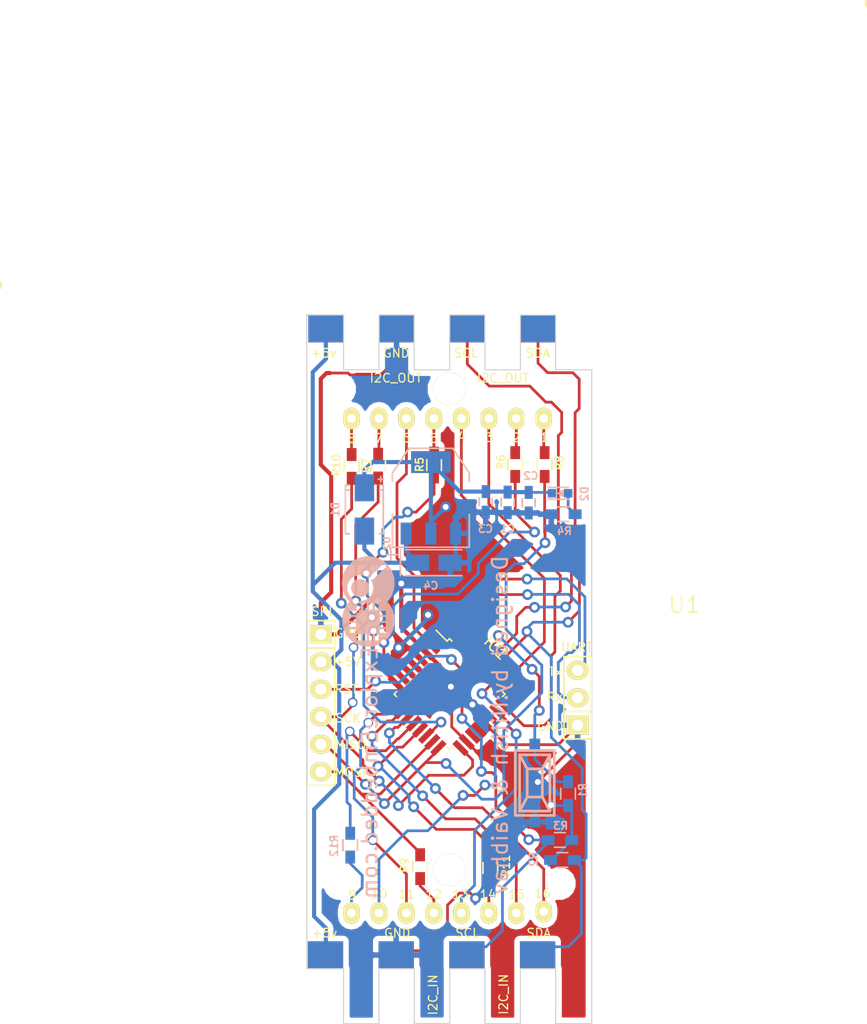
<source format=kicad_pcb>
(kicad_pcb (version 4) (host pcbnew "(2015-01-16 BZR 5376)-product")
  (layers (0 F.Cu signal) (31 B.Cu signal) (34 B.Paste user) (35 F.Paste user) (36 B.SilkS user) (37 F.SilkS user) (38 B.Mask user) (39 F.Mask user) (44 Edge.Cuts user))
  (net 0 "")
  (net 1 +3V3)
  (net 2 GND)
  (net 3 +5V)
  (net 4 "Net-(D2-Pad2)")
  (net 5 "Net-(IC1-Pad1)")
  (net 6 /PB6)
  (net 7 /PB7)
  (net 8 "Net-(IC1-Pad19)")
  (net 9 "Net-(IC1-Pad20)")
  (net 10 "Net-(IC1-Pad22)")
  (net 11 /SDA)
  (net 12 /SCL)
  (net 13 /Rx)
  (net 14 /Tx)
  (net 15 "Net-(IC1-Pad32)")
  (net 16 "Net-(IC1-Pad2)")
  (net 17 "Net-(IC1-Pad9)")
  (net 18 "Net-(IC1-Pad10)")
  (net 19 "Net-(IC1-Pad11)")
  (net 20 "Net-(IC1-Pad12)")
  (net 21 "Net-(IC1-Pad13)")
  (net 22 "Net-(IC1-Pad14)")
  (net 23 "Net-(IC1-Pad23)")
  (net 24 "Net-(IC1-Pad24)")
  (net 25 "Net-(IC1-Pad25)")
  (net 26 "Net-(IC1-Pad26)")
  (net 27 /RST)
  (net 28 "Net-(R5-Pad2)")
  (net 29 "Net-(R6-Pad2)")
  (net 30 "Net-(R7-Pad2)")
  (net 31 "Net-(R8-Pad2)")
  (net 32 "Net-(R9-Pad2)")
  (net 33 "Net-(R10-Pad2)")
  (net 34 "Net-(R11-Pad2)")
  (net 35 "Net-(R12-Pad2)")
  (net 36 /MOSI)
  (net 37 /MISO)
  (net 38 /SCK)
  (net 39 "Net-(P5-Pad1)")
  (net 40 "Net-(P6-Pad1)")
  (module "matrix:8x8dot matrix" (layer F.Cu) (at 145.88 123.37 180)
    (fp_text reference U1 (at -16.84 0.55 180) (layer F.SilkS) (effects (font (size 1.5 1.5))))
    (fp_text value DispHB2388 hide)
    (pad 1 thru_hole oval (at -3.81 17.77754 270) (size 2 1.524) (drill 0.8) (layers *.Cu *.Mask F.SilkS) (net 31 "Net-(R8-Pad2)"))
    (pad 2 thru_hole oval (at -1.27 17.77754 270) (size 2 1.524) (drill 0.8) (layers *.Cu *.Mask F.SilkS) (net 29 "Net-(R6-Pad2)"))
    (pad 3 thru_hole oval (at 1.27 17.77754 270) (size 2 1.524) (drill 0.8) (layers *.Cu *.Mask F.SilkS) (net 24 "Net-(IC1-Pad24)"))
    (pad 4 thru_hole oval (at 3.81 17.77754 270) (size 2 1.524) (drill 0.8) (layers *.Cu *.Mask F.SilkS) (net 25 "Net-(IC1-Pad25)"))
    (pad 5 thru_hole oval (at 6.35 17.77754 270) (size 2 1.524) (drill 0.8) (layers *.Cu *.Mask F.SilkS) (net 28 "Net-(R5-Pad2)"))
    (pad 6 thru_hole oval (at 8.89 17.77754 270) (size 2 1.524) (drill 0.8) (layers *.Cu *.Mask F.SilkS) (net 16 "Net-(IC1-Pad2)"))
    (pad 7 thru_hole oval (at 11.43 17.77754 270) (size 2 1.524) (drill 0.8) (layers *.Cu *.Mask F.SilkS) (net 30 "Net-(R7-Pad2)"))
    (pad 8 thru_hole oval (at 13.97 17.77754 270) (size 2 1.524) (drill 0.8) (layers *.Cu *.Mask F.SilkS) (net 33 "Net-(R10-Pad2)"))
    (pad 16 thru_hole oval (at -3.81 -27.81 270) (size 2 1.524) (drill 0.8) (layers *.Cu *.Mask F.SilkS) (net 19 "Net-(IC1-Pad11)"))
    (pad 15 thru_hole oval (at -1.27 -27.94 270) (size 2 1.524) (drill 0.8) (layers *.Cu *.Mask F.SilkS) (net 18 "Net-(IC1-Pad10)"))
    (pad 14 thru_hole oval (at 1.27 -27.94 270) (size 2 1.524) (drill 0.8) (layers *.Cu *.Mask F.SilkS) (net 34 "Net-(R11-Pad2)"))
    (pad 13 thru_hole oval (at 3.81 -27.94 270) (size 2 1.524) (drill 0.8) (layers *.Cu *.Mask F.SilkS) (net 23 "Net-(IC1-Pad23)"))
    (pad 12 thru_hole oval (at 6.35 -27.94 270) (size 2 1.524) (drill 0.8) (layers *.Cu *.Mask F.SilkS) (net 32 "Net-(R9-Pad2)"))
    (pad 11 thru_hole oval (at 8.89 -27.94 270) (size 2 1.524) (drill 0.8) (layers *.Cu *.Mask F.SilkS) (net 17 "Net-(IC1-Pad9)"))
    (pad 10 thru_hole oval (at 11.43 -27.94 270) (size 2 1.524) (drill 0.8) (layers *.Cu *.Mask F.SilkS) (net 26 "Net-(IC1-Pad26)"))
    (pad 9 thru_hole oval (at 13.97 -27.94 270) (size 2 1.524) (drill 0.8) (layers *.Cu *.Mask F.SilkS) (net 35 "Net-(R12-Pad2)"))
  )
  (module Capacitors_Tantalum_SMD:TantalC_SizeA_EIA-3216_Wave (layer B.Cu) (at 139.525 118.925)
    (fp_text reference C4 (at -0.275 2.125) (layer B.SilkS) (effects (font (size 0.7 0.7)) (justify mirror)))
    (fp_text value 10uF hide)
    (pad 2 smd rect (at 1.50114 0) (size 2.14884 1.50114) (layers B.Cu B.Paste B.Mask) (net 2 GND))
    (pad 1 smd rect (at -1.50114 0) (size 2.14884 1.50114) (layers B.Cu B.Paste B.Mask) (net 3 +5V))
  )
  (module lm1117:lm117_SOT-223 (layer B.Cu) (at 139.25 112.925 180)
    (fp_text reference U2 (at 4.064 -4.191 450) (layer B.SilkS) (effects (font (size 0.6 0.6)) (justify mirror)))
    (fp_text value lm1117/3.3 hide)
    (pad 4 smd rect (at 0 3.302 180) (size 3.6576 2.032) (layers B.Cu B.Paste B.Mask) (net 1 +3V3))
    (pad 2 smd rect (at 0 -3.302 180) (size 1.016 2.032) (layers B.Cu B.Paste B.Mask) (net 1 +3V3))
    (pad 3 smd rect (at 2.286 -3.302 180) (size 1.016 2.032) (layers B.Cu B.Paste B.Mask) (net 3 +5V))
    (pad 1 smd rect (at -2.286 -3.302 180) (size 1.016 2.032) (layers B.Cu B.Paste B.Mask) (net 2 GND))
  )
  (module Diodes_SMD:SMA_Standard (layer B.Cu) (at 133.1 114 270)
    (fp_text reference D1 (at 0 2.7 270) (layer B.SilkS) (effects (font (size 0.7 0.7)) (justify mirror)))
    (fp_text value DIODE hide)
    (pad 1 smd rect (at -1.99898 0 270) (size 2.49936 1.80086) (layers B.Cu B.Paste B.Mask) (net 1 +3V3))
    (pad 2 smd rect (at 1.99898 0 270) (size 2.49936 1.80086) (layers B.Cu B.Paste B.Mask) (net 3 +5V))
  )
  (module Connect:1pin (layer F.Cu) (at 140.97 147.32 180)
    (fp_text reference P5 hide)
    (fp_text value CONN_01X01 hide)
    (pad 1 thru_hole circle (at 0 0 180) (size 3 3) (drill 3) (layers *.Cu *.Mask F.SilkS) (net 39 "Net-(P5-Pad1)"))
  )
  (module Connect:1pin (layer F.Cu) (at 140.97 102.87)
    (fp_text reference P6 hide)
    (fp_text value CONN_01X01 hide)
    (pad 1 thru_hole circle (at 0 0) (size 3 3) (drill 3) (layers *.Cu *.Mask F.SilkS) (net 40 "Net-(P6-Pad1)"))
  )
  (module Pin_Headers:Pin_Header_Straight_1x03 (layer F.Cu) (at 152.825 133.95 180)
    (fp_text reference P4 hide)
    (fp_text value CONN_01X03 hide)
    (pad 1 thru_hole rect (at 0 0 180) (size 2.032 1.7272) (drill 1.016) (layers *.Cu *.Mask F.SilkS) (net 2 GND))
    (pad 2 thru_hole oval (at 0 2.54 180) (size 2.032 1.7272) (drill 1.016) (layers *.Cu *.Mask F.SilkS) (net 13 /Rx))
    (pad 3 thru_hole oval (at 0 5.08 180) (size 2.032 1.7272) (drill 1.016) (layers *.Cu *.Mask F.SilkS) (net 14 /Tx))
  )
  (module Pin_Headers:Pin_Header_Straight_1x06 (layer F.Cu) (at 129.075 125.55)
    (fp_text reference P1 hide)
    (fp_text value CONN_01X06 hide)
    (pad 1 thru_hole rect (at 0 0) (size 2.032 1.7272) (drill 1.016) (layers *.Cu *.Mask F.SilkS) (net 2 GND))
    (pad 2 thru_hole oval (at 0 2.54) (size 2.032 1.7272) (drill 1.016) (layers *.Cu *.Mask F.SilkS) (net 3 +5V))
    (pad 3 thru_hole oval (at 0 5.08) (size 2.032 1.7272) (drill 1.016) (layers *.Cu *.Mask F.SilkS) (net 27 /RST))
    (pad 4 thru_hole oval (at 0 7.62) (size 2.032 1.7272) (drill 1.016) (layers *.Cu *.Mask F.SilkS) (net 38 /SCK))
    (pad 5 thru_hole oval (at 0 10.16) (size 2.032 1.7272) (drill 1.016) (layers *.Cu *.Mask F.SilkS) (net 37 /MISO))
    (pad 6 thru_hole oval (at 0 12.7) (size 2.032 1.7272) (drill 1.016) (layers *.Cu *.Mask F.SilkS) (net 36 /MOSI))
  )
  (module matrix:matrix_connector (layer F.Cu) (at 129.54 97.282 90)
    (fp_text reference P2 hide)
    (fp_text value CONN_01X04 hide)
    (pad 1 connect rect (at 0 0 90) (size 2.54 3.27025) (layers F.Cu F.Mask) (net 3 +5V))
    (pad 2 connect rect (at 0 6.5405 90) (size 2.54 3.27025) (layers F.Cu F.Mask) (net 2 GND))
    (pad 3 connect rect (at 0 13.081 90) (size 2.54 3.27025) (layers F.Cu F.Mask) (net 12 /SCL))
    (pad 4 connect rect (at 0 19.6215 90) (size 2.54 3.27025) (layers F.Cu F.Mask) (net 11 /SDA))
    (pad 1 connect rect (at 0 0 90) (size 2.54 3.27025) (layers B.Cu F.Mask) (net 3 +5V))
    (pad 2 connect rect (at 0 6.5405 90) (size 2.54 3.27025) (layers B.Cu F.Mask) (net 2 GND))
    (pad 3 connect rect (at 0 13.081 90) (size 2.54 3.27025) (layers B.Cu F.Mask) (net 12 /SCL))
    (pad 4 connect rect (at 0 19.6215 90) (size 2.54 3.27025) (layers B.Cu F.Mask) (net 11 /SDA))
  )
  (module LEDs:LED-0603 (layer B.Cu) (at 151.2 112.51)
    (fp_text reference D2 (at 2.25 0.04 90) (layer B.SilkS) (effects (font (size 0.7 0.7)) (justify mirror)))
    (fp_text value LED hide)
    (pad 2 smd rect (at 0.7493 0 180) (size 0.79756 0.79756) (layers B.Cu B.Paste B.Mask) (net 4 "Net-(D2-Pad2)"))
    (pad 1 smd rect (at -0.7493 0 180) (size 0.79756 0.79756) (layers B.Cu B.Paste B.Mask) (net 1 +3V3))
  )
  (module Housings_QFP:TQFP-32_7x7mm_Pitch0.8mm (layer F.Cu) (at 140.975 131.075 315)
    (fp_text reference IC1 (at 0 -6.05 315) (layer F.SilkS))
    (fp_text value ATMEGA8-AI hide)
    (pad 1 smd rect (at -4.25 -2.8 315) (size 1.6 0.55) (layers F.Cu F.Paste F.Mask) (net 5 "Net-(IC1-Pad1)"))
    (pad 2 smd rect (at -4.25 -2 315) (size 1.6 0.55) (layers F.Cu F.Paste F.Mask) (net 16 "Net-(IC1-Pad2)"))
    (pad 3 smd rect (at -4.25 -1.2 315) (size 1.6 0.55) (layers F.Cu F.Paste F.Mask) (net 2 GND))
    (pad 4 smd rect (at -4.25 -0.4 315) (size 1.6 0.55) (layers F.Cu F.Paste F.Mask) (net 1 +3V3))
    (pad 5 smd rect (at -4.25 0.4 315) (size 1.6 0.55) (layers F.Cu F.Paste F.Mask) (net 2 GND))
    (pad 6 smd rect (at -4.25 1.2 315) (size 1.6 0.55) (layers F.Cu F.Paste F.Mask) (net 1 +3V3))
    (pad 7 smd rect (at -4.25 2 315) (size 1.6 0.55) (layers F.Cu F.Paste F.Mask) (net 6 /PB6))
    (pad 8 smd rect (at -4.25 2.8 315) (size 1.6 0.55) (layers F.Cu F.Paste F.Mask) (net 7 /PB7))
    (pad 9 smd rect (at -2.8 4.25 45) (size 1.6 0.55) (layers F.Cu F.Paste F.Mask) (net 17 "Net-(IC1-Pad9)"))
    (pad 10 smd rect (at -2 4.25 45) (size 1.6 0.55) (layers F.Cu F.Paste F.Mask) (net 18 "Net-(IC1-Pad10)"))
    (pad 11 smd rect (at -1.2 4.25 45) (size 1.6 0.55) (layers F.Cu F.Paste F.Mask) (net 19 "Net-(IC1-Pad11)"))
    (pad 12 smd rect (at -0.4 4.25 45) (size 1.6 0.55) (layers F.Cu F.Paste F.Mask) (net 20 "Net-(IC1-Pad12)"))
    (pad 13 smd rect (at 0.4 4.25 45) (size 1.6 0.55) (layers F.Cu F.Paste F.Mask) (net 21 "Net-(IC1-Pad13)"))
    (pad 14 smd rect (at 1.2 4.25 45) (size 1.6 0.55) (layers F.Cu F.Paste F.Mask) (net 22 "Net-(IC1-Pad14)"))
    (pad 15 smd rect (at 2 4.25 45) (size 1.6 0.55) (layers F.Cu F.Paste F.Mask) (net 36 /MOSI))
    (pad 16 smd rect (at 2.8 4.25 45) (size 1.6 0.55) (layers F.Cu F.Paste F.Mask) (net 37 /MISO))
    (pad 17 smd rect (at 4.25 2.8 315) (size 1.6 0.55) (layers F.Cu F.Paste F.Mask) (net 38 /SCK))
    (pad 18 smd rect (at 4.25 2 315) (size 1.6 0.55) (layers F.Cu F.Paste F.Mask) (net 1 +3V3))
    (pad 19 smd rect (at 4.25 1.2 315) (size 1.6 0.55) (layers F.Cu F.Paste F.Mask) (net 8 "Net-(IC1-Pad19)"))
    (pad 20 smd rect (at 4.25 0.4 315) (size 1.6 0.55) (layers F.Cu F.Paste F.Mask) (net 9 "Net-(IC1-Pad20)"))
    (pad 21 smd rect (at 4.25 -0.4 315) (size 1.6 0.55) (layers F.Cu F.Paste F.Mask) (net 2 GND))
    (pad 22 smd rect (at 4.25 -1.2 315) (size 1.6 0.55) (layers F.Cu F.Paste F.Mask) (net 10 "Net-(IC1-Pad22)"))
    (pad 23 smd rect (at 4.25 -2 315) (size 1.6 0.55) (layers F.Cu F.Paste F.Mask) (net 23 "Net-(IC1-Pad23)"))
    (pad 24 smd rect (at 4.25 -2.8 315) (size 1.6 0.55) (layers F.Cu F.Paste F.Mask) (net 24 "Net-(IC1-Pad24)"))
    (pad 25 smd rect (at 2.8 -4.25 45) (size 1.6 0.55) (layers F.Cu F.Paste F.Mask) (net 25 "Net-(IC1-Pad25)"))
    (pad 26 smd rect (at 2 -4.25 45) (size 1.6 0.55) (layers F.Cu F.Paste F.Mask) (net 26 "Net-(IC1-Pad26)"))
    (pad 27 smd rect (at 1.2 -4.25 45) (size 1.6 0.55) (layers F.Cu F.Paste F.Mask) (net 11 /SDA))
    (pad 28 smd rect (at 0.4 -4.25 45) (size 1.6 0.55) (layers F.Cu F.Paste F.Mask) (net 12 /SCL))
    (pad 29 smd rect (at -0.4 -4.25 45) (size 1.6 0.55) (layers F.Cu F.Paste F.Mask) (net 27 /RST))
    (pad 30 smd rect (at -1.2 -4.25 45) (size 1.6 0.55) (layers F.Cu F.Paste F.Mask) (net 13 /Rx))
    (pad 31 smd rect (at -2 -4.25 45) (size 1.6 0.55) (layers F.Cu F.Paste F.Mask) (net 14 /Tx))
    (pad 32 smd rect (at -2.8 -4.25 45) (size 1.6 0.55) (layers F.Cu F.Paste F.Mask) (net 15 "Net-(IC1-Pad32)"))
  )
  (module Capacitors_SMD:C_0603_HandSoldering (layer B.Cu) (at 146.35 113.35 270)
    (fp_text reference C1 (at 2.45 0 360) (layer B.SilkS) (effects (font (size 0.7 0.7)) (justify mirror)))
    (fp_text value 0.1uf hide)
    (pad 1 smd rect (at -0.95 0 270) (size 1.2 0.75) (layers B.Cu B.Paste B.Mask) (net 1 +3V3))
    (pad 2 smd rect (at 0.95 0 270) (size 1.2 0.75) (layers B.Cu B.Paste B.Mask) (net 2 GND))
  )
  (module Capacitors_SMD:C_0603_HandSoldering (layer B.Cu) (at 148.3 113.375 270)
    (fp_text reference C2 (at -2.475 -0.2 360) (layer B.SilkS) (effects (font (size 0.7 0.7)) (justify mirror)))
    (fp_text value 0.1uf hide)
    (pad 1 smd rect (at -0.95 0 270) (size 1.2 0.75) (layers B.Cu B.Paste B.Mask) (net 1 +3V3))
    (pad 2 smd rect (at 0.95 0 270) (size 1.2 0.75) (layers B.Cu B.Paste B.Mask) (net 2 GND))
  )
  (module Capacitors_SMD:C_0603_HandSoldering (layer B.Cu) (at 144.325 113.3 270)
    (fp_text reference C3 (at 2.5 0.025 360) (layer B.SilkS) (effects (font (size 0.7 0.7)) (justify mirror)))
    (fp_text value 0.1uf hide)
    (pad 1 smd rect (at -0.95 0 270) (size 1.2 0.75) (layers B.Cu B.Paste B.Mask) (net 1 +3V3))
    (pad 2 smd rect (at 0.95 0 270) (size 1.2 0.75) (layers B.Cu B.Paste B.Mask) (net 2 GND))
  )
  (module Resistors_SMD:R_0603_HandSoldering (layer B.Cu) (at 151.94 140.28 90)
    (fp_text reference R1 (at 0.28 1.36 90) (layer B.SilkS) (effects (font (size 0.7 0.7)) (justify mirror)))
    (fp_text value 10K hide)
    (pad 1 smd rect (at -1.1 0 90) (size 1.2 0.9) (layers B.Cu B.Paste B.Mask) (net 1 +3V3))
    (pad 2 smd rect (at 1.1 0 90) (size 1.2 0.9) (layers B.Cu B.Paste B.Mask) (net 27 /RST))
  )
  (module Resistors_SMD:R_0603_HandSoldering (layer B.Cu) (at 151.42 146.41)
    (fp_text reference R2 (at -2.67 -0.06 90) (layer B.SilkS) (effects (font (size 0.7 0.7)) (justify mirror)))
    (fp_text value 10K hide)
    (pad 1 smd rect (at -1.1 0) (size 1.2 0.9) (layers B.Cu B.Paste B.Mask) (net 1 +3V3))
    (pad 2 smd rect (at 1.1 0) (size 1.2 0.9) (layers B.Cu B.Paste B.Mask) (net 11 /SDA))
  )
  (module Resistors_SMD:R_0603_HandSoldering (layer B.Cu) (at 151.18 144.56 180)
    (fp_text reference R3 (at -0.07 1.31 180) (layer B.SilkS) (effects (font (size 0.7 0.7)) (justify mirror)))
    (fp_text value 10K hide)
    (pad 1 smd rect (at -1.1 0 180) (size 1.2 0.9) (layers B.Cu B.Paste B.Mask) (net 1 +3V3))
    (pad 2 smd rect (at 1.1 0 180) (size 1.2 0.9) (layers B.Cu B.Paste B.Mask) (net 12 /SCL))
  )
  (module Resistors_SMD:R_0603_HandSoldering (layer B.Cu) (at 151.49 114.44 180)
    (fp_text reference R4 (at -0.11 -1.56 180) (layer B.SilkS) (effects (font (size 0.7 0.7)) (justify mirror)))
    (fp_text value 470E hide)
    (pad 1 smd rect (at -1.1 0 180) (size 1.2 0.9) (layers B.Cu B.Paste B.Mask) (net 4 "Net-(D2-Pad2)"))
    (pad 2 smd rect (at 1.1 0 180) (size 1.2 0.9) (layers B.Cu B.Paste B.Mask) (net 2 GND))
  )
  (module Resistors_SMD:R_0603_HandSoldering (layer F.Cu) (at 139.55 109.9 90)
    (fp_text reference R5 (at 0.05 -1.35 90) (layer F.SilkS) (effects (font (size 0.7 0.7))))
    (fp_text value 22E hide)
    (pad 1 smd rect (at -1.1 0 90) (size 1.2 0.9) (layers F.Cu F.Paste F.Mask) (net 7 /PB7))
    (pad 2 smd rect (at 1.1 0 90) (size 1.2 0.9) (layers F.Cu F.Paste F.Mask) (net 28 "Net-(R5-Pad2)"))
  )
  (module Resistors_SMD:R_0603_HandSoldering (layer F.Cu) (at 147.05 109.85 90)
    (fp_text reference R6 (at 0.25 -1.3 90) (layer F.SilkS) (effects (font (size 0.7 0.7))))
    (fp_text value 22E hide)
    (pad 1 smd rect (at -1.1 0 90) (size 1.2 0.9) (layers F.Cu F.Paste F.Mask) (net 6 /PB6))
    (pad 2 smd rect (at 1.1 0 90) (size 1.2 0.9) (layers F.Cu F.Paste F.Mask) (net 29 "Net-(R6-Pad2)"))
  )
  (module Resistors_SMD:R_0603_HandSoldering (layer F.Cu) (at 134.375 110 90)
    (fp_text reference R7 (at 0.05 -1.125 90) (layer F.SilkS) (effects (font (size 0.7 0.7))))
    (fp_text value 22E hide)
    (pad 1 smd rect (at -1.1 0 90) (size 1.2 0.9) (layers F.Cu F.Paste F.Mask) (net 38 /SCK))
    (pad 2 smd rect (at 1.1 0 90) (size 1.2 0.9) (layers F.Cu F.Paste F.Mask) (net 30 "Net-(R7-Pad2)"))
  )
  (module Resistors_SMD:R_0603_HandSoldering (layer F.Cu) (at 149.775 109.85 90)
    (fp_text reference R8 (at 0.15 1.375 90) (layer F.SilkS) (effects (font (size 0.7 0.7))))
    (fp_text value 22E hide)
    (pad 1 smd rect (at -1.1 0 90) (size 1.2 0.9) (layers F.Cu F.Paste F.Mask) (net 37 /MISO))
    (pad 2 smd rect (at 1.1 0 90) (size 1.2 0.9) (layers F.Cu F.Paste F.Mask) (net 31 "Net-(R8-Pad2)"))
  )
  (module Resistors_SMD:R_0603_HandSoldering (layer F.Cu) (at 138.26 147.03 270)
    (fp_text reference R9 (at -0.13 1.46 270) (layer F.SilkS) (effects (font (size 0.7 0.7))))
    (fp_text value 22E hide)
    (pad 1 smd rect (at -1.1 0 270) (size 1.2 0.9) (layers F.Cu F.Paste F.Mask) (net 36 /MOSI))
    (pad 2 smd rect (at 1.1 0 270) (size 1.2 0.9) (layers F.Cu F.Paste F.Mask) (net 32 "Net-(R9-Pad2)"))
  )
  (module Resistors_SMD:R_0603_HandSoldering (layer F.Cu) (at 131.925 110.025 90)
    (fp_text reference R10 (at 0.125 -1.425 90) (layer F.SilkS) (effects (font (size 0.7 0.7))))
    (fp_text value 22E hide)
    (pad 1 smd rect (at -1.1 0 90) (size 1.2 0.9) (layers F.Cu F.Paste F.Mask) (net 22 "Net-(IC1-Pad14)"))
    (pad 2 smd rect (at 1.1 0 90) (size 1.2 0.9) (layers F.Cu F.Paste F.Mask) (net 33 "Net-(R10-Pad2)"))
  )
  (module Resistors_SMD:R_0603_HandSoldering (layer F.Cu) (at 144.75 147.15 270)
    (fp_text reference R11 (at -0.2 -1.45 270) (layer F.SilkS) (effects (font (size 0.7 0.7))))
    (fp_text value 22E hide)
    (pad 1 smd rect (at -1.1 0 270) (size 1.2 0.9) (layers F.Cu F.Paste F.Mask) (net 21 "Net-(IC1-Pad13)"))
    (pad 2 smd rect (at 1.1 0 270) (size 1.2 0.9) (layers F.Cu F.Paste F.Mask) (net 34 "Net-(R11-Pad2)"))
  )
  (module Resistors_SMD:R_0603_HandSoldering (layer B.Cu) (at 131.79 145.04 270)
    (fp_text reference R12 (at 0.06 1.49 270) (layer B.SilkS) (effects (font (size 0.7 0.7)) (justify mirror)))
    (fp_text value 22E hide)
    (pad 1 smd rect (at -1.1 0 270) (size 1.2 0.9) (layers B.Cu B.Paste B.Mask) (net 20 "Net-(IC1-Pad12)"))
    (pad 2 smd rect (at 1.1 0 270) (size 1.2 0.9) (layers B.Cu B.Paste B.Mask) (net 35 "Net-(R12-Pad2)"))
  )
  (module switch:smd_push (layer B.Cu) (at 148.86 139.29 90)
    (fp_text reference SW1 hide)
    (fp_text value SPST hide)
    (pad 1 smd rect (at -3.59918 0 90) (size 1.00076 1.00076) (layers B.Cu B.Paste B.Mask) (net 2 GND))
    (pad 2 smd rect (at 3.59918 0 90) (size 1.00076 1.00076) (layers B.Cu B.Paste B.Mask) (net 27 /RST))
  )
  (module matrix:matrix_connector (layer F.Cu) (at 129.5 155.2 90)
    (fp_text reference P3 hide)
    (fp_text value CONN_01X04 hide)
    (pad 1 connect rect (at 0 0 90) (size 2.54 3.27025) (layers F.Cu F.Mask) (net 3 +5V))
    (pad 2 connect rect (at 0 6.5405 90) (size 2.54 3.27025) (layers F.Cu F.Mask) (net 2 GND))
    (pad 3 connect rect (at 0 13.081 90) (size 2.54 3.27025) (layers F.Cu F.Mask) (net 12 /SCL))
    (pad 4 connect rect (at 0 19.6215 90) (size 2.54 3.27025) (layers F.Cu F.Mask) (net 11 /SDA))
    (pad 1 connect rect (at 0 0 90) (size 2.54 3.27025) (layers B.Cu F.Mask) (net 3 +5V))
    (pad 2 connect rect (at 0 6.5405 90) (size 2.54 3.27025) (layers B.Cu F.Mask) (net 2 GND))
    (pad 3 connect rect (at 0 13.081 90) (size 2.54 3.27025) (layers B.Cu F.Mask) (net 12 /SCL))
    (pad 4 connect rect (at 0 19.6215 90) (size 2.54 3.27025) (layers B.Cu F.Mask) (net 11 /SDA))
  )
  (module "lm1117:LOGO (2)" (layer B.Cu) (at 130.675 117.675 270)
    (fp_text reference LOGO hide)
    (fp_text value "" (at 0 0 270) (layer B.SilkS) (effects (justify mirror)))
  )
  (gr_text I2C_IN (at 145.975 158.825 90) (layer F.SilkS) (effects (font (size 0.8 0.8) (thickness 0.12))))
  (gr_text "Designed by:Nitish & Vaibhav" (at 145.65 133.925 90) (layer B.SilkS) (effects (font (size 1.4 1.4) (thickness 0.2)) (justify mirror)))
  (gr_text ExploreEmbedded.com (at 133.6 138.35 90) (layer B.SilkS) (effects (font (size 1.4 1.4) (thickness 0.2)) (justify mirror)))
  (gr_line (start 150.80234 157.07868) (end 150.80234 160.84804) (angle 90) (layer Edge.Cuts) (width 0.1))
  (gr_line (start 147.52574 157.19552) (end 147.52574 160.8709) (angle 90) (layer Edge.Cuts) (width 0.1))
  (gr_line (start 150.7998 157.07614) (end 150.78456 157.07614) (angle 90) (layer Edge.Cuts) (width 0.1))
  (gr_line (start 150.7998 156.46654) (end 150.7998 157.07614) (angle 90) (layer Edge.Cuts) (width 0.1))
  (gr_line (start 147.52574 156.46654) (end 150.7998 156.46654) (angle 90) (layer Edge.Cuts) (width 0.1))
  (gr_line (start 147.52574 157.19044) (end 147.52574 156.46654) (angle 90) (layer Edge.Cuts) (width 0.1))
  (gr_line (start 141.00048 160.95472) (end 141.00302 160.95472) (angle 90) (layer Edge.Cuts) (width 0.1))
  (gr_line (start 141.00048 157.39872) (end 141.00048 160.95472) (angle 90) (layer Edge.Cuts) (width 0.1))
  (gr_line (start 144.25168 161.3916) (end 144.25422 161.3916) (angle 90) (layer Edge.Cuts) (width 0.1))
  (gr_line (start 144.25168 156.46908) (end 144.25168 161.3916) (angle 90) (layer Edge.Cuts) (width 0.1))
  (gr_line (start 141.00048 156.46908) (end 144.25168 156.46908) (angle 90) (layer Edge.Cuts) (width 0.1))
  (gr_line (start 141.00048 157.38856) (end 141.00048 156.46908) (angle 90) (layer Edge.Cuts) (width 0.1))
  (gr_line (start 137.72642 161.52876) (end 137.73658 161.52876) (angle 90) (layer Edge.Cuts) (width 0.1))
  (gr_line (start 137.72642 156.46908) (end 137.72642 161.52876) (angle 90) (layer Edge.Cuts) (width 0.1))
  (gr_line (start 134.44982 156.46908) (end 137.72642 156.46908) (angle 90) (layer Edge.Cuts) (width 0.1))
  (gr_line (start 134.44982 160.78708) (end 134.44982 156.46908) (angle 90) (layer Edge.Cuts) (width 0.1))
  (gr_line (start 131.16306 156.48432) (end 131.16306 156.49448) (angle 90) (layer Edge.Cuts) (width 0.1))
  (gr_line (start 131.17576 156.47162) (end 131.16306 156.48432) (angle 90) (layer Edge.Cuts) (width 0.1))
  (gr_line (start 131.17576 160.7947) (end 131.17576 156.47162) (angle 90) (layer Edge.Cuts) (width 0.1))
  (gr_line (start 127.77978 156.47416) (end 131.18084 156.47416) (angle 90) (layer Edge.Cuts) (width 0.1))
  (gr_line (start 127.77978 155.70708) (end 127.77978 156.47416) (angle 90) (layer Edge.Cuts) (width 0.1))
  (gr_line (start 154.1272 161.53892) (end 154.1272 161.5059) (angle 90) (layer Edge.Cuts) (width 0.1))
  (gr_line (start 150.79726 161.53892) (end 154.1272 161.53892) (angle 90) (layer Edge.Cuts) (width 0.1))
  (gr_line (start 147.52574 161.54654) (end 147.52574 161.5313) (angle 90) (layer Edge.Cuts) (width 0.1))
  (gr_line (start 144.25168 161.54654) (end 147.52574 161.54654) (angle 90) (layer Edge.Cuts) (width 0.1))
  (gr_line (start 141.00048 160.78708) (end 141.00048 161.53384) (angle 90) (layer Edge.Cuts) (width 0.1))
  (gr_line (start 137.72642 161.53384) (end 141.00556 161.53384) (angle 90) (layer Edge.Cuts) (width 0.1))
  (gr_line (start 134.45236 161.54908) (end 134.45236 161.55416) (angle 90) (layer Edge.Cuts) (width 0.1))
  (gr_line (start 131.18338 161.54908) (end 134.45236 161.54908) (angle 90) (layer Edge.Cuts) (width 0.1))
  (gr_line (start 154.12466 160.78708) (end 154.12466 161.54146) (angle 90) (layer Edge.Cuts) (width 0.1))
  (gr_line (start 150.79726 161.54146) (end 150.83028 161.54146) (angle 90) (layer Edge.Cuts) (width 0.1))
  (gr_line (start 150.79726 160.76422) (end 150.79726 161.54146) (angle 90) (layer Edge.Cuts) (width 0.1))
  (gr_line (start 147.52574 161.54146) (end 147.52828 161.54146) (angle 90) (layer Edge.Cuts) (width 0.1))
  (gr_line (start 147.52574 160.77184) (end 147.52574 161.54146) (angle 90) (layer Edge.Cuts) (width 0.1))
  (gr_line (start 144.25168 160.7947) (end 144.25168 161.544) (angle 90) (layer Edge.Cuts) (width 0.1))
  (gr_line (start 137.72642 161.53892) (end 137.70356 161.53892) (angle 90) (layer Edge.Cuts) (width 0.1))
  (gr_line (start 137.72642 160.78454) (end 137.72642 161.53892) (angle 90) (layer Edge.Cuts) (width 0.1))
  (gr_line (start 134.45 161.54) (end 134.44 161.54) (angle 90) (layer Edge.Cuts) (width 0.1))
  (gr_line (start 134.45 160.78) (end 134.45 161.54) (angle 90) (layer Edge.Cuts) (width 0.1))
  (gr_line (start 131.175 161.55) (end 131.175 161.525) (angle 90) (layer Edge.Cuts) (width 0.1))
  (gr_line (start 131.175 160.775) (end 131.175 161.55) (angle 90) (layer Edge.Cuts) (width 0.1))
  (gr_text I2C_OUT (at 145.923 101.854) (layer F.SilkS) (effects (font (size 0.8 0.8) (thickness 0.12))))
  (gr_text 16 (at 149.6 149.5) (layer F.SilkS) (effects (font (size 0.8 0.8) (thickness 0.12))))
  (gr_text 15 (at 147.15 149.6) (layer F.SilkS) (effects (font (size 0.8 0.8) (thickness 0.12))))
  (gr_text 14 (at 144.526 149.606) (layer F.SilkS) (effects (font (size 0.8 0.8) (thickness 0.12))))
  (gr_text 13 (at 141.986 149.606) (layer F.SilkS) (effects (font (size 0.8 0.8) (thickness 0.12))))
  (gr_text 12 (at 139.5 149.575) (layer F.SilkS) (effects (font (size 0.8 0.8) (thickness 0.12))))
  (gr_text 11 (at 137 149.575) (layer F.SilkS) (effects (font (size 0.8 0.8) (thickness 0.12))))
  (gr_text 10 (at 134.475 149.55) (layer F.SilkS) (effects (font (size 0.8 0.8) (thickness 0.12))))
  (gr_text 9 (at 132 149.65) (layer F.SilkS) (effects (font (size 0.8 0.8) (thickness 0.12))))
  (gr_text 8 (at 131.95 107.45) (layer F.SilkS) (effects (font (size 0.8 0.8) (thickness 0.12))))
  (gr_text 7 (at 134.425 107.425) (layer F.SilkS) (effects (font (size 0.8 0.8) (thickness 0.12))))
  (gr_text 6 (at 137 107.4) (layer F.SilkS) (effects (font (size 0.8 0.8) (thickness 0.12))))
  (gr_text 5 (at 139.525 107.425) (layer F.SilkS) (effects (font (size 0.8 0.8) (thickness 0.12))))
  (gr_text 4 (at 142.1 107.3) (layer F.SilkS) (effects (font (size 0.8 0.8) (thickness 0.12))))
  (gr_text 3 (at 144.65 107.35) (layer F.SilkS) (effects (font (size 0.8 0.8) (thickness 0.12))))
  (gr_text 2 (at 147.15 107.375) (layer F.SilkS) (effects (font (size 0.8 0.8) (thickness 0.12))))
  (gr_text 1 (at 149.725 107.35) (layer F.SilkS) (effects (font (size 0.8 0.8) (thickness 0.12))))
  (gr_text I2C_IN (at 139.446 158.877 90) (layer F.SilkS) (effects (font (size 0.8 0.8) (thickness 0.12))))
  (gr_text I2C_OUT (at 136.017 101.854) (layer F.SilkS) (effects (font (size 0.8 0.8) (thickness 0.12))))
  (gr_text UART (at 152.75 126.75) (layer F.SilkS) (effects (font (size 0.8 0.8) (thickness 0.12))))
  (gr_text "GND\n" (at 150.3 134.05) (layer F.SilkS) (effects (font (size 0.8 0.8) (thickness 0.12))))
  (gr_text SPI (at 129.16 123.44) (layer F.SilkS) (effects (font (size 0.8 0.8) (thickness 0.12))))
  (gr_text "GND\n" (at 131.6 125.46) (layer F.SilkS) (effects (font (size 0.8 0.8) (thickness 0.12))))
  (gr_text +5V (at 131.53 128.09) (layer F.SilkS) (effects (font (size 0.8 0.8) (thickness 0.12))))
  (gr_line (start 154.125 153.5) (end 154.125 153.1) (angle 90) (layer Edge.Cuts) (width 0.1))
  (gr_line (start 127.77 100.28) (end 127.77 96) (angle 90) (layer Edge.Cuts) (width 0.1))
  (gr_line (start 127.78 155.7) (end 127.78 153.07) (angle 90) (layer Edge.Cuts) (width 0.1))
  (gr_line (start 154.13 101.09) (end 154.11 101.09) (angle 90) (layer Edge.Cuts) (width 0.1))
  (gr_line (start 154.13 113.98) (end 154.13 101.09) (angle 90) (layer Edge.Cuts) (width 0.1))
  (gr_line (start 154.13 101.09) (end 154.13 101.1) (angle 90) (layer Edge.Cuts) (width 0.1))
  (gr_line (start 150.79 101.09) (end 154.13 101.09) (angle 90) (layer Edge.Cuts) (width 0.1))
  (gr_line (start 144.25 101.09) (end 147.54 101.09) (angle 90) (layer Edge.Cuts) (width 0.1))
  (gr_line (start 141 101.1) (end 141 101.05) (angle 90) (layer Edge.Cuts) (width 0.1))
  (gr_line (start 137.71 101.1) (end 141 101.1) (angle 90) (layer Edge.Cuts) (width 0.1))
  (gr_line (start 134.45 101.09) (end 134.45 101.1) (angle 90) (layer Edge.Cuts) (width 0.1))
  (gr_line (start 131.4 101.09) (end 134.45 101.09) (angle 90) (layer Edge.Cuts) (width 0.1))
  (gr_line (start 150.79 96.02) (end 150.79 98.7) (angle 90) (layer Edge.Cuts) (width 0.1))
  (gr_line (start 150.78 96.02) (end 150.79 96.02) (angle 90) (layer Edge.Cuts) (width 0.1))
  (gr_line (start 147.53 96.02) (end 150.78 96.02) (angle 90) (layer Edge.Cuts) (width 0.1))
  (gr_line (start 147.53 98.53) (end 147.53 96.01) (angle 90) (layer Edge.Cuts) (width 0.1))
  (gr_line (start 144.25 96.01) (end 144.25 98.63) (angle 90) (layer Edge.Cuts) (width 0.1))
  (gr_line (start 140.99 96.01) (end 144.25 96.01) (angle 90) (layer Edge.Cuts) (width 0.1))
  (gr_line (start 140.99 98.56) (end 140.99 96.01) (angle 90) (layer Edge.Cuts) (width 0.1))
  (gr_line (start 137.71 98.67) (end 137.72 98.67) (angle 90) (layer Edge.Cuts) (width 0.1))
  (gr_line (start 137.71 96.01) (end 137.71 98.67) (angle 90) (layer Edge.Cuts) (width 0.1))
  (gr_line (start 134.45 96.01) (end 137.71 96.01) (angle 90) (layer Edge.Cuts) (width 0.1))
  (gr_line (start 134.45 98.57) (end 134.45 96.01) (angle 90) (layer Edge.Cuts) (width 0.1))
  (gr_line (start 127.76 96.01) (end 127.94 96.01) (angle 90) (layer Edge.Cuts) (width 0.1))
  (gr_line (start 150.79 101.08) (end 150.81 101.08) (angle 90) (layer Edge.Cuts) (width 0.1))
  (gr_line (start 150.79 98.55) (end 150.79 101.08) (angle 90) (layer Edge.Cuts) (width 0.1))
  (gr_line (start 147.53 101.09) (end 147.56 101.09) (angle 90) (layer Edge.Cuts) (width 0.1))
  (gr_line (start 147.53 98.54) (end 147.53 101.09) (angle 90) (layer Edge.Cuts) (width 0.1))
  (gr_line (start 144.25 98.55) (end 144.25 101.09) (angle 90) (layer Edge.Cuts) (width 0.1))
  (gr_line (start 140.99 101.08) (end 140.97 101.08) (angle 90) (layer Edge.Cuts) (width 0.1))
  (gr_line (start 140.99 98.55) (end 140.99 101.08) (angle 90) (layer Edge.Cuts) (width 0.1))
  (gr_line (start 137.71 101.1) (end 137.72 101.1) (angle 90) (layer Edge.Cuts) (width 0.1))
  (gr_line (start 137.71 98.55) (end 137.71 101.1) (angle 90) (layer Edge.Cuts) (width 0.1))
  (gr_line (start 134.45 98.55) (end 134.45 101.075) (angle 90) (layer Edge.Cuts) (width 0.1))
  (gr_line (start 131.18 96.01) (end 131.18 101.09) (angle 90) (layer Edge.Cuts) (width 0.1))
  (gr_line (start 127.91 96.01) (end 131.18 96.01) (angle 90) (layer Edge.Cuts) (width 0.1))
  (gr_line (start 131.191 101.092) (end 131.699 101.092) (angle 90) (layer Edge.Cuts) (width 0.1))
  (gr_line (start 154.125 160.775) (end 154.125 160.675) (angle 90) (layer Edge.Cuts) (width 0.1))
  (gr_line (start 154.125 153.25) (end 154.125 160.7) (angle 90) (layer Edge.Cuts) (width 0.1))
  (gr_line (start 154.12974 153.162) (end 154.12974 153.15438) (angle 90) (layer Edge.Cuts) (width 0.1))
  (gr_line (start 127.77 103.69) (end 127.77 100.24) (angle 90) (layer Edge.Cuts) (width 0.1))
  (gr_line (start 99.5 93.5) (end 99.5 93) (angle 90) (layer F.SilkS) (width 0.2))
  (gr_line (start 179.5 67) (end 179.5 67.5) (angle 90) (layer F.SilkS) (width 0.2))
  (gr_text Rx (at 150.7 131.35) (layer F.SilkS) (effects (font (size 0.8 0.8) (thickness 0.12))))
  (gr_text Tx (at 150.75 129) (layer F.SilkS) (effects (font (size 0.8 0.8) (thickness 0.12))))
  (gr_text SCK (at 131.61 133.29) (layer F.SilkS) (effects (font (size 0.8 0.8) (thickness 0.12))))
  (gr_text MISO (at 131.84 135.74) (layer F.SilkS) (effects (font (size 0.8 0.8) (thickness 0.12))))
  (gr_text MOSI (at 131.8 138.3) (layer F.SilkS) (effects (font (size 0.8 0.8) (thickness 0.12))))
  (gr_text "RST\n" (at 131.44 130.63) (layer F.SilkS) (effects (font (size 0.8 0.8) (thickness 0.12))))
  (gr_text +5v (at 129.413 153.162) (layer F.SilkS) (effects (font (size 0.8 0.8) (thickness 0.12))))
  (gr_text GND (at 136.144 153.162) (layer F.SilkS) (effects (font (size 0.8 0.8) (thickness 0.12))))
  (gr_text SCL (at 142.621 153.162) (layer F.SilkS) (effects (font (size 0.8 0.8) (thickness 0.12))))
  (gr_text SDA (at 149.225 153.162) (layer F.SilkS) (effects (font (size 0.8 0.8) (thickness 0.12))))
  (gr_text SDA (at 149.15 99.55) (layer F.SilkS) (effects (font (size 0.8 0.8) (thickness 0.12))))
  (gr_text SCL (at 142.5 99.55) (layer F.SilkS) (effects (font (size 0.8 0.8) (thickness 0.12))))
  (gr_text GND (at 136.05 99.55) (layer F.SilkS) (effects (font (size 0.8 0.8) (thickness 0.12))))
  (gr_text +5v (at 129.35 99.55) (layer F.SilkS) (effects (font (size 0.8 0.8) (thickness 0.12))))
  (gr_line (start 154.125 113.975) (end 154.125 153.2) (angle 90) (layer Edge.Cuts) (width 0.1))
  (gr_line (start 154.125 153.2) (end 154.125 153.175) (angle 90) (layer Edge.Cuts) (width 0.1))
  (gr_line (start 127.775 124.15) (end 127.775 153.2) (angle 90) (layer Edge.Cuts) (width 0.1))
  (gr_line (start 127.775 124.15) (end 127.775 103.575) (angle 90) (layer Edge.Cuts) (width 0.1))
  (segment (start 150.32 146.41) (end 150.43 146.41) (width 0.254) (layer B.Cu) (net 1))
  (segment (start 150.43 146.41) (end 152.28 144.56) (width 0.254) (layer B.Cu) (net 1))
  (segment (start 138.252639 127.786953) (end 138.252639 127.702639) (width 0.381) (layer F.Cu) (net 1))
  (segment (start 138.252639 127.702639) (end 137.33 126.78) (width 0.381) (layer F.Cu) (net 1))
  (segment (start 137.33 126.78) (end 136.26 126.78) (width 0.381) (layer F.Cu) (net 1))
  (segment (start 137.121268 128.918324) (end 137.098324 128.918324) (width 0.381) (layer F.Cu) (net 1))
  (segment (start 137.098324 128.918324) (end 136.26 128.08) (width 0.381) (layer F.Cu) (net 1))
  (segment (start 139.25 115.14) (end 140.62 113.77) (width 0.381) (layer B.Cu) (net 1))
  (via (at 140.62 113.77) (size 0.999998) (drill 0.549999) (layers F.Cu B.Cu) (net 1))
  (segment (start 140.62 113.77) (end 140.79 113.94) (width 0.381) (layer F.Cu) (net 1))
  (segment (start 140.79 113.94) (end 141.71 113.94) (width 0.381) (layer F.Cu) (net 1))
  (segment (start 141.71 113.94) (end 142.41 114.64) (width 0.381) (layer F.Cu) (net 1))
  (segment (start 142.41 114.64) (end 142.41 120.33) (width 0.381) (layer F.Cu) (net 1))
  (segment (start 142.41 120.33) (end 138.99 123.75) (width 0.381) (layer F.Cu) (net 1))
  (via (at 138.99 123.75) (size 0.999998) (drill 0.549999) (layers F.Cu B.Cu) (net 1))
  (segment (start 139.25 116.227) (end 139.25 115.14) (width 0.381) (layer B.Cu) (net 1))
  (segment (start 138.99 124.05) (end 138.99 123.75) (width 0.381) (layer B.Cu) (net 1))
  (segment (start 136.26 126.78) (end 138.99 124.05) (width 0.381) (layer B.Cu) (net 1))
  (via (at 136.26 126.78) (size 0.999998) (drill 0.549999) (layers F.Cu B.Cu) (net 1))
  (segment (start 136.26 128.08) (end 136.26 126.78) (width 0.381) (layer F.Cu) (net 1))
  (segment (start 142.56599 135.494417) (end 142.56599 135.49599) (width 0.254) (layer F.Cu) (net 1))
  (segment (start 142.56599 135.49599) (end 144.14 137.07) (width 0.254) (layer F.Cu) (net 1))
  (segment (start 150.4 141.38) (end 151.94 141.38) (width 0.254) (layer B.Cu) (net 1))
  (segment (start 150.36 141.34) (end 150.4 141.38) (width 0.254) (layer B.Cu) (net 1))
  (via (at 150.36 141.34) (size 0.999998) (drill 0.549999) (layers F.Cu B.Cu) (net 1))
  (segment (start 149.28 141.34) (end 150.36 141.34) (width 0.254) (layer F.Cu) (net 1))
  (segment (start 148.01 140.07) (end 149.28 141.34) (width 0.254) (layer F.Cu) (net 1))
  (segment (start 148.01 138.46) (end 148.01 140.07) (width 0.254) (layer F.Cu) (net 1))
  (segment (start 146.62 137.07) (end 148.01 138.46) (width 0.254) (layer F.Cu) (net 1))
  (segment (start 144.14 137.07) (end 146.62 137.07) (width 0.254) (layer F.Cu) (net 1))
  (segment (start 152.28 144.56) (end 152.28 141.72) (width 0.254) (layer B.Cu) (net 1))
  (segment (start 152.28 141.72) (end 151.94 141.38) (width 0.254) (layer B.Cu) (net 1))
  (segment (start 148.3 112.425) (end 150.3657 112.425) (width 0.254) (layer B.Cu) (net 1))
  (segment (start 150.3657 112.425) (end 150.4507 112.51) (width 0.254) (layer B.Cu) (net 1))
  (segment (start 150.16 146.91) (end 150.16 146.68) (width 0.254) (layer B.Cu) (net 1))
  (segment (start 142.56599 135.494417) (end 142.56599 135.55599) (width 0.254) (layer F.Cu) (net 1))
  (segment (start 137.121268 128.918324) (end 137.121268 128.941268) (width 0.254) (layer F.Cu) (net 1))
  (segment (start 137.121268 128.941268) (end 140.14 131.96) (width 0.254) (layer F.Cu) (net 1))
  (segment (start 141.18 134.108427) (end 142.56599 135.494417) (width 0.254) (layer F.Cu) (net 1))
  (segment (start 141.18 132.79) (end 141.18 134.108427) (width 0.254) (layer F.Cu) (net 1))
  (segment (start 140.35 131.96) (end 141.18 132.79) (width 0.254) (layer F.Cu) (net 1))
  (segment (start 140.14 131.96) (end 140.35 131.96) (width 0.254) (layer F.Cu) (net 1))
  (segment (start 137.121268 128.918324) (end 137.143324 128.918324) (width 0.254) (layer F.Cu) (net 1))
  (segment (start 137.121268 128.918324) (end 137.093324 128.918324) (width 0.381) (layer F.Cu) (net 1))
  (segment (start 138.252639 127.786953) (end 138.236953 127.786953) (width 0.381) (layer F.Cu) (net 1))
  (segment (start 146.35 112.4) (end 148.275 112.4) (width 0.381) (layer B.Cu) (net 1))
  (segment (start 148.275 112.4) (end 148.3 112.425) (width 0.381) (layer B.Cu) (net 1))
  (segment (start 144.325 112.35) (end 146.3 112.35) (width 0.381) (layer B.Cu) (net 1))
  (segment (start 146.3 112.35) (end 146.35 112.4) (width 0.381) (layer B.Cu) (net 1))
  (segment (start 139.25 109.623) (end 139.25 109.675) (width 0.381) (layer B.Cu) (net 1))
  (segment (start 139.25 109.675) (end 141.925 112.35) (width 0.381) (layer B.Cu) (net 1))
  (segment (start 141.925 112.35) (end 144.325 112.35) (width 0.381) (layer B.Cu) (net 1))
  (segment (start 133.1 112.00102) (end 133.1 110.375) (width 0.381) (layer B.Cu) (net 1))
  (segment (start 133.852 109.623) (end 139.25 109.623) (width 0.381) (layer B.Cu) (net 1))
  (segment (start 133.1 110.375) (end 133.852 109.623) (width 0.381) (layer B.Cu) (net 1))
  (segment (start 139.25 116.227) (end 139.25 109.623) (width 0.381) (layer B.Cu) (net 1))
  (segment (start 137.121268 128.918324) (end 137.121268 128.946268) (width 0.381) (layer F.Cu) (net 1))
  (segment (start 129.91 101.39) (end 129.6 101.39) (width 0.381) (layer F.Cu) (net 2))
  (segment (start 129.075 122.615) (end 129.075 125.55) (width 0.381) (layer F.Cu) (net 2))
  (segment (start 130.03 121.66) (end 129.075 122.615) (width 0.381) (layer F.Cu) (net 2))
  (segment (start 130.03 110.82) (end 130.03 121.66) (width 0.381) (layer F.Cu) (net 2))
  (segment (start 129.07 109.86) (end 130.03 110.82) (width 0.381) (layer F.Cu) (net 2))
  (segment (start 129.07 101.92) (end 129.07 109.86) (width 0.381) (layer F.Cu) (net 2))
  (segment (start 129.6 101.39) (end 129.07 101.92) (width 0.381) (layer F.Cu) (net 2))
  (segment (start 132.35 101.56) (end 131.77 101.56) (width 0.254) (layer F.Cu) (net 2))
  (segment (start 136.0805 100.1795) (end 134.7 101.56) (width 0.381) (layer F.Cu) (net 2))
  (segment (start 134.7 101.56) (end 132.35 101.56) (width 0.381) (layer F.Cu) (net 2))
  (segment (start 136.0805 97.282) (end 136.0805 100.1795) (width 0.381) (layer F.Cu) (net 2))
  (segment (start 131.6 101.39) (end 129.91 101.39) (width 0.254) (layer F.Cu) (net 2))
  (segment (start 129.91 101.39) (end 129.87 101.39) (width 0.254) (layer F.Cu) (net 2))
  (segment (start 131.77 101.56) (end 131.6 101.39) (width 0.254) (layer F.Cu) (net 2))
  (segment (start 148.86 142.88918) (end 148.44082 142.88918) (width 0.254) (layer B.Cu) (net 2))
  (segment (start 148.44082 142.88918) (end 145.32 146.01) (width 0.254) (layer B.Cu) (net 2))
  (segment (start 138.8 154.8) (end 136.4485 154.8) (width 0.254) (layer F.Cu) (net 2))
  (segment (start 138.97 154.63) (end 138.8 154.8) (width 0.254) (layer F.Cu) (net 2))
  (segment (start 138.97 154.18) (end 138.97 154.63) (width 0.254) (layer F.Cu) (net 2))
  (segment (start 140.79 152.36) (end 138.97 154.18) (width 0.254) (layer F.Cu) (net 2))
  (segment (start 140.79 150.58) (end 140.79 152.36) (width 0.254) (layer F.Cu) (net 2))
  (segment (start 141.9 149.47) (end 140.79 150.58) (width 0.254) (layer F.Cu) (net 2))
  (segment (start 142.9 149.47) (end 141.9 149.47) (width 0.254) (layer F.Cu) (net 2))
  (segment (start 143.38 149.95) (end 142.9 149.47) (width 0.254) (layer F.Cu) (net 2))
  (via (at 143.38 149.95) (size 0.999998) (drill 0.549999) (layers F.Cu B.Cu) (net 2))
  (segment (start 145.32 148.01) (end 143.38 149.95) (width 0.254) (layer B.Cu) (net 2))
  (segment (start 145.32 146.01) (end 145.32 148.01) (width 0.254) (layer B.Cu) (net 2))
  (segment (start 136.4485 154.8) (end 136.0805 154.432) (width 0.254) (layer F.Cu) (net 2))
  (segment (start 139.635 129.065) (end 139.775 129.065) (width 0.254) (layer F.Cu) (net 2))
  (segment (start 143.46 132.994314) (end 144.263047 133.797361) (width 0.254) (layer F.Cu) (net 2))
  (segment (start 143.46 132.41) (end 143.46 132.994314) (width 0.254) (layer F.Cu) (net 2))
  (segment (start 143.09 132.04) (end 143.46 132.41) (width 0.254) (layer F.Cu) (net 2))
  (via (at 143.09 132.04) (size 0.999998) (drill 0.549999) (layers F.Cu B.Cu) (net 2))
  (segment (start 142.75 132.04) (end 143.09 132.04) (width 0.254) (layer B.Cu) (net 2))
  (segment (start 141.1 130.39) (end 142.75 132.04) (width 0.254) (layer B.Cu) (net 2))
  (via (at 141.1 130.39) (size 0.999998) (drill 0.549999) (layers F.Cu B.Cu) (net 2))
  (segment (start 139.775 129.065) (end 141.1 130.39) (width 0.254) (layer F.Cu) (net 2))
  (segment (start 144.263047 133.797361) (end 144.263047 133.813047) (width 0.254) (layer F.Cu) (net 2))
  (segment (start 144.263047 133.813047) (end 146.2 135.75) (width 0.254) (layer F.Cu) (net 2))
  (segment (start 146.2 135.75) (end 151.025 135.75) (width 0.254) (layer F.Cu) (net 2))
  (segment (start 151.025 135.75) (end 152.825 133.95) (width 0.254) (layer F.Cu) (net 2))
  (segment (start 148.86 142.88918) (end 148.86 139.48) (width 0.254) (layer B.Cu) (net 2))
  (segment (start 152.825 135.515) (end 152.825 133.95) (width 0.254) (layer F.Cu) (net 2))
  (segment (start 149.14 139.2) (end 152.825 135.515) (width 0.254) (layer F.Cu) (net 2))
  (via (at 149.14 139.2) (size 0.999998) (drill 0.549999) (layers F.Cu B.Cu) (net 2))
  (segment (start 148.86 139.48) (end 149.14 139.2) (width 0.254) (layer B.Cu) (net 2))
  (segment (start 148.3 114.325) (end 150.275 114.325) (width 0.254) (layer B.Cu) (net 2))
  (segment (start 150.275 114.325) (end 150.39 114.44) (width 0.254) (layer B.Cu) (net 2))
  (segment (start 150.215 114.325) (end 150.39 114.5) (width 0.254) (layer B.Cu) (net 2))
  (segment (start 138.818324 127.221268) (end 138.818324 127.208324) (width 0.381) (layer F.Cu) (net 2))
  (segment (start 138.818324 127.208324) (end 136.51 124.9) (width 0.381) (layer F.Cu) (net 2))
  (segment (start 136.51 124.9) (end 136.51 120.85) (width 0.381) (layer F.Cu) (net 2))
  (segment (start 129.075 125.55) (end 130.56 125.55) (width 0.381) (layer F.Cu) (net 2))
  (segment (start 130.56 125.55) (end 135.26 120.85) (width 0.381) (layer F.Cu) (net 2))
  (segment (start 135.26 120.85) (end 136.51 120.85) (width 0.381) (layer F.Cu) (net 2))
  (segment (start 141.02614 120.45386) (end 141.02614 118.925) (width 0.381) (layer B.Cu) (net 2))
  (segment (start 140.36 121.12) (end 141.02614 120.45386) (width 0.381) (layer B.Cu) (net 2))
  (segment (start 136.78 121.12) (end 140.36 121.12) (width 0.381) (layer B.Cu) (net 2))
  (segment (start 136.51 120.85) (end 136.78 121.12) (width 0.381) (layer B.Cu) (net 2))
  (via (at 136.51 120.85) (size 0.999998) (drill 0.549999) (layers F.Cu B.Cu) (net 2))
  (segment (start 129.075 125.55) (end 129.425 125.55) (width 0.381) (layer F.Cu) (net 2))
  (segment (start 137.686953 128.352639) (end 137.727639 128.352639) (width 0.381) (layer F.Cu) (net 2))
  (segment (start 137.727639 128.352639) (end 138.675 129.3) (width 0.381) (layer F.Cu) (net 2))
  (segment (start 138.675 129.3) (end 139.4 129.3) (width 0.381) (layer F.Cu) (net 2))
  (segment (start 139.4 129.3) (end 139.635 129.065) (width 0.381) (layer F.Cu) (net 2))
  (segment (start 139.635 129.065) (end 139.85 128.85) (width 0.381) (layer F.Cu) (net 2))
  (segment (start 139.85 128.85) (end 139.85 128.252944) (width 0.381) (layer F.Cu) (net 2))
  (segment (start 139.85 128.252944) (end 138.818324 127.221268) (width 0.381) (layer F.Cu) (net 2))
  (segment (start 146.35 114.3) (end 148.275 114.3) (width 0.381) (layer B.Cu) (net 2))
  (segment (start 148.275 114.3) (end 148.3 114.325) (width 0.381) (layer B.Cu) (net 2))
  (segment (start 144.325 114.25) (end 146.3 114.25) (width 0.381) (layer B.Cu) (net 2))
  (segment (start 146.3 114.25) (end 146.35 114.3) (width 0.381) (layer B.Cu) (net 2))
  (segment (start 141.536 116.227) (end 141.536 115.064) (width 0.381) (layer B.Cu) (net 2))
  (segment (start 142.35 114.25) (end 144.325 114.25) (width 0.381) (layer B.Cu) (net 2))
  (segment (start 141.536 115.064) (end 142.35 114.25) (width 0.381) (layer B.Cu) (net 2))
  (segment (start 141.536 116.227) (end 141.536 118.41514) (width 0.381) (layer B.Cu) (net 2))
  (segment (start 141.536 118.41514) (end 141.02614 118.925) (width 0.381) (layer B.Cu) (net 2))
  (segment (start 129.4 125.225) (end 129.075 125.55) (width 0.381) (layer F.Cu) (net 2))
  (segment (start 137.686953 128.352639) (end 137.686953 128.311953) (width 0.381) (layer F.Cu) (net 2))
  (segment (start 128.325 121.575) (end 128.325 121.005) (width 0.381) (layer B.Cu) (net 3))
  (segment (start 130.405 118.925) (end 134.35 118.925) (width 0.381) (layer B.Cu) (net 3))
  (segment (start 128.325 121.005) (end 130.405 118.925) (width 0.381) (layer B.Cu) (net 3))
  (segment (start 129.075 128.09) (end 130.115 128.09) (width 0.381) (layer B.Cu) (net 3))
  (segment (start 129.54 152.715) (end 129.54 154.432) (width 0.381) (layer B.Cu) (net 3))
  (segment (start 128.45 151.625) (end 129.54 152.715) (width 0.381) (layer B.Cu) (net 3))
  (segment (start 128.45 141.725) (end 128.45 151.625) (width 0.381) (layer B.Cu) (net 3))
  (segment (start 130.775 139.4) (end 128.45 141.725) (width 0.381) (layer B.Cu) (net 3))
  (segment (start 130.775 128.75) (end 130.775 139.4) (width 0.381) (layer B.Cu) (net 3))
  (segment (start 130.115 128.09) (end 130.775 128.75) (width 0.381) (layer B.Cu) (net 3))
  (segment (start 135.075 118.925) (end 134.35 118.925) (width 0.381) (layer B.Cu) (net 3))
  (segment (start 135.075 118.925) (end 138.02386 118.925) (width 0.381) (layer B.Cu) (net 3))
  (segment (start 133.1 117.675) (end 133.1 115.99898) (width 0.381) (layer B.Cu) (net 3))
  (segment (start 134.35 118.925) (end 133.1 117.675) (width 0.381) (layer B.Cu) (net 3))
  (segment (start 136.964 116.227) (end 136.964 117.86514) (width 0.381) (layer B.Cu) (net 3))
  (segment (start 136.964 117.86514) (end 138.02386 118.925) (width 0.381) (layer B.Cu) (net 3))
  (segment (start 129.54 97.282) (end 129.54 100.085) (width 0.381) (layer B.Cu) (net 3))
  (segment (start 130.975 126.975) (end 129.86 128.09) (width 0.381) (layer B.Cu) (net 3))
  (segment (start 130.975 124.225) (end 130.975 124.35) (width 0.381) (layer B.Cu) (net 3))
  (segment (start 130.975 124.35) (end 130.975 126.975) (width 0.381) (layer B.Cu) (net 3))
  (segment (start 128.325 121.575) (end 130.975 124.225) (width 0.381) (layer B.Cu) (net 3))
  (segment (start 128.325 101.3) (end 128.325 121.575) (width 0.381) (layer B.Cu) (net 3))
  (segment (start 129.54 100.085) (end 128.325 101.3) (width 0.381) (layer B.Cu) (net 3))
  (segment (start 129.86 128.09) (end 129.075 128.09) (width 0.381) (layer B.Cu) (net 3))
  (segment (start 151.9493 112.51) (end 151.9493 113.7993) (width 0.254) (layer B.Cu) (net 4))
  (segment (start 151.9493 113.7993) (end 152.59 114.44) (width 0.254) (layer B.Cu) (net 4))
  (segment (start 136.555583 129.48401) (end 136.555583 129.445583) (width 0.254) (layer F.Cu) (net 6))
  (segment (start 136.555583 129.445583) (end 134.9 127.79) (width 0.254) (layer F.Cu) (net 6))
  (segment (start 134.9 127.79) (end 134.9 126.31) (width 0.254) (layer F.Cu) (net 6))
  (via (at 134.9 126.31) (size 0.999998) (drill 0.549999) (layers F.Cu B.Cu) (net 6))
  (segment (start 134.9 126.31) (end 135.79 125.42) (width 0.254) (layer B.Cu) (net 6))
  (segment (start 135.79 125.42) (end 135.79 122.9) (width 0.254) (layer B.Cu) (net 6))
  (segment (start 135.79 122.9) (end 136.87 121.82) (width 0.254) (layer B.Cu) (net 6))
  (segment (start 136.87 121.82) (end 141.74 121.82) (width 0.254) (layer B.Cu) (net 6))
  (segment (start 141.74 121.82) (end 143.64 119.92) (width 0.254) (layer B.Cu) (net 6))
  (segment (start 143.64 119.92) (end 143.64 118.98) (width 0.254) (layer B.Cu) (net 6))
  (segment (start 143.64 118.98) (end 146.53 116.09) (width 0.254) (layer B.Cu) (net 6))
  (segment (start 146.53 116.09) (end 148.84 116.09) (width 0.254) (layer B.Cu) (net 6))
  (via (at 148.84 116.09) (size 0.999998) (drill 0.549999) (layers F.Cu B.Cu) (net 6))
  (segment (start 148.84 116.09) (end 147.05 114.3) (width 0.254) (layer F.Cu) (net 6))
  (segment (start 147.05 114.3) (end 147.05 110.95) (width 0.254) (layer F.Cu) (net 6))
  (segment (start 134.82 117.96) (end 134.78 117.96) (width 0.254) (layer F.Cu) (net 7))
  (segment (start 133.93 127.989798) (end 135.989897 130.049695) (width 0.254) (layer F.Cu) (net 7))
  (segment (start 133.93 125.25) (end 133.93 127.989798) (width 0.254) (layer F.Cu) (net 7))
  (segment (start 133.94 125.24) (end 133.93 125.25) (width 0.254) (layer F.Cu) (net 7))
  (via (at 133.94 125.24) (size 0.999998) (drill 0.549999) (layers F.Cu B.Cu) (net 7))
  (segment (start 134.95 124.23) (end 133.94 125.24) (width 0.254) (layer B.Cu) (net 7))
  (segment (start 134.95 123.59) (end 134.95 124.23) (width 0.254) (layer B.Cu) (net 7))
  (segment (start 133.37 122.01) (end 134.95 123.59) (width 0.254) (layer B.Cu) (net 7))
  (segment (start 133.37 120.01) (end 133.37 122.01) (width 0.254) (layer B.Cu) (net 7))
  (segment (start 133.27 119.91) (end 133.37 120.01) (width 0.254) (layer B.Cu) (net 7))
  (via (at 133.27 119.91) (size 0.999998) (drill 0.549999) (layers F.Cu B.Cu) (net 7))
  (segment (start 133.27 119.47) (end 133.27 119.91) (width 0.254) (layer F.Cu) (net 7))
  (segment (start 134.78 117.96) (end 133.27 119.47) (width 0.254) (layer F.Cu) (net 7))
  (segment (start 139.55 111) (end 139.55 112.58) (width 0.254) (layer F.Cu) (net 7))
  (segment (start 134.85 117.99) (end 134.85 118.01) (width 0.254) (layer F.Cu) (net 7))
  (segment (start 134.82 117.96) (end 134.85 117.99) (width 0.254) (layer F.Cu) (net 7))
  (via (at 134.82 117.96) (size 0.999998) (drill 0.549999) (layers F.Cu B.Cu) (net 7))
  (segment (start 134.82 115.83) (end 134.82 117.96) (width 0.254) (layer B.Cu) (net 7))
  (segment (start 135.94 114.71) (end 134.82 115.83) (width 0.254) (layer B.Cu) (net 7))
  (segment (start 136.64 114.71) (end 135.94 114.71) (width 0.254) (layer B.Cu) (net 7))
  (segment (start 137.1 114.25) (end 136.64 114.71) (width 0.254) (layer B.Cu) (net 7))
  (via (at 137.1 114.25) (size 0.999998) (drill 0.549999) (layers F.Cu B.Cu) (net 7))
  (segment (start 137.88 114.25) (end 137.1 114.25) (width 0.254) (layer F.Cu) (net 7))
  (segment (start 139.55 112.58) (end 137.88 114.25) (width 0.254) (layer F.Cu) (net 7))
  (segment (start 149.1615 154.432) (end 151.958 154.432) (width 0.254) (layer B.Cu) (net 11))
  (segment (start 153.17 147.06) (end 152.52 146.41) (width 0.254) (layer B.Cu) (net 11))
  (segment (start 153.17 153.22) (end 153.17 147.06) (width 0.254) (layer B.Cu) (net 11))
  (segment (start 151.958 154.432) (end 153.17 153.22) (width 0.254) (layer B.Cu) (net 11))
  (segment (start 148.14 125.28) (end 148.14 125.4) (width 0.254) (layer B.Cu) (net 11))
  (segment (start 148.14 125.4) (end 150.39 127.65) (width 0.254) (layer B.Cu) (net 11))
  (segment (start 150.39 127.65) (end 150.39 135.08) (width 0.254) (layer B.Cu) (net 11))
  (segment (start 150.39 135.08) (end 153.25 137.94) (width 0.254) (layer B.Cu) (net 11))
  (segment (start 153.25 137.94) (end 153.25 141.8) (width 0.254) (layer B.Cu) (net 11))
  (segment (start 153.25 141.8) (end 153.61 142.16) (width 0.254) (layer B.Cu) (net 11))
  (segment (start 153.61 142.16) (end 153.61 146.22) (width 0.254) (layer B.Cu) (net 11))
  (segment (start 153.61 146.22) (end 153.42 146.41) (width 0.254) (layer B.Cu) (net 11))
  (segment (start 153.42 146.41) (end 152.52 146.41) (width 0.254) (layer B.Cu) (net 11))
  (segment (start 152.52 146.41) (end 152.52 146.73) (width 0.254) (layer B.Cu) (net 11))
  (segment (start 148.14 125.28) (end 148.14 124.99) (width 0.254) (layer B.Cu) (net 11))
  (segment (start 149.1615 100.4715) (end 149.1615 97.282) (width 0.254) (layer F.Cu) (net 11))
  (segment (start 150.05 101.36) (end 149.1615 100.4715) (width 0.254) (layer F.Cu) (net 11))
  (segment (start 152.38 101.36) (end 150.05 101.36) (width 0.254) (layer F.Cu) (net 11))
  (segment (start 152.97 101.95) (end 152.38 101.36) (width 0.254) (layer F.Cu) (net 11))
  (segment (start 152.97 104.67) (end 152.97 101.95) (width 0.254) (layer F.Cu) (net 11))
  (segment (start 152.59 105.05) (end 152.97 104.67) (width 0.254) (layer F.Cu) (net 11))
  (segment (start 152.59 117.39) (end 152.59 105.05) (width 0.254) (layer F.Cu) (net 11))
  (segment (start 152.99 117.79) (end 152.59 117.39) (width 0.254) (layer F.Cu) (net 11))
  (segment (start 152.99 123.38) (end 152.99 117.79) (width 0.254) (layer F.Cu) (net 11))
  (segment (start 151.94 124.43) (end 152.99 123.38) (width 0.254) (layer F.Cu) (net 11))
  (via (at 151.94 124.43) (size 0.999998) (drill 0.549999) (layers F.Cu B.Cu) (net 11))
  (segment (start 148.7 124.43) (end 151.94 124.43) (width 0.254) (layer B.Cu) (net 11))
  (segment (start 148.14 124.99) (end 148.7 124.43) (width 0.254) (layer B.Cu) (net 11))
  (segment (start 149.05 97.3935) (end 149.1615 97.282) (width 0.254) (layer F.Cu) (net 11))
  (segment (start 144.828732 128.918324) (end 144.841676 128.918324) (width 0.254) (layer F.Cu) (net 11))
  (segment (start 144.841676 128.918324) (end 148.14 125.62) (width 0.254) (layer F.Cu) (net 11))
  (via (at 148.14 125.28) (size 0.999998) (drill 0.549999) (layers F.Cu B.Cu) (net 11))
  (segment (start 148.14 125.62) (end 148.14 125.28) (width 0.254) (layer F.Cu) (net 11))
  (segment (start 149.4435 154.15) (end 149.1615 154.432) (width 0.254) (layer B.Cu) (net 11))
  (segment (start 144.999417 128.60099) (end 145.05099 128.60099) (width 0.254) (layer F.Cu) (net 11))
  (segment (start 144.828732 128.918324) (end 144.831676 128.918324) (width 0.381) (layer F.Cu) (net 11))
  (segment (start 144.828732 128.918324) (end 144.856676 128.918324) (width 0.381) (layer F.Cu) (net 11))
  (segment (start 144.263047 128.352639) (end 144.287361 128.352639) (width 0.254) (layer F.Cu) (net 12))
  (segment (start 144.287361 128.352639) (end 147.19 125.45) (width 0.254) (layer F.Cu) (net 12))
  (segment (start 142.621 100.561) (end 142.621 97.282) (width 0.254) (layer F.Cu) (net 12))
  (segment (start 144.66 102.6) (end 142.621 100.561) (width 0.254) (layer F.Cu) (net 12))
  (segment (start 148.4 102.6) (end 144.66 102.6) (width 0.254) (layer F.Cu) (net 12))
  (segment (start 149.88 104.08) (end 148.4 102.6) (width 0.254) (layer F.Cu) (net 12))
  (segment (start 150.4 104.08) (end 149.88 104.08) (width 0.254) (layer F.Cu) (net 12))
  (segment (start 151.35 105.03) (end 150.4 104.08) (width 0.254) (layer F.Cu) (net 12))
  (segment (start 151.35 106.87) (end 151.35 105.03) (width 0.254) (layer F.Cu) (net 12))
  (segment (start 151.04 107.18) (end 151.35 106.87) (width 0.254) (layer F.Cu) (net 12))
  (segment (start 151.04 117.51) (end 151.04 107.18) (width 0.254) (layer F.Cu) (net 12))
  (segment (start 152.25 118.72) (end 151.04 117.51) (width 0.254) (layer F.Cu) (net 12))
  (segment (start 152.25 122.48) (end 152.25 118.72) (width 0.254) (layer F.Cu) (net 12))
  (segment (start 151.71 123.02) (end 152.25 122.48) (width 0.254) (layer F.Cu) (net 12))
  (via (at 151.71 123.02) (size 0.999998) (drill 0.549999) (layers F.Cu B.Cu) (net 12))
  (segment (start 148.87 123.02) (end 151.71 123.02) (width 0.254) (layer B.Cu) (net 12))
  (segment (start 148.84 123.05) (end 148.87 123.02) (width 0.254) (layer B.Cu) (net 12))
  (via (at 148.84 123.05) (size 0.999998) (drill 0.549999) (layers F.Cu B.Cu) (net 12))
  (segment (start 148.02 123.05) (end 148.84 123.05) (width 0.254) (layer F.Cu) (net 12))
  (segment (start 147.19 123.88) (end 148.02 123.05) (width 0.254) (layer F.Cu) (net 12))
  (segment (start 147.19 125.45) (end 147.19 123.88) (width 0.254) (layer F.Cu) (net 12))
  (segment (start 144.263047 128.352639) (end 144.263047 128.326953) (width 0.254) (layer F.Cu) (net 12))
  (segment (start 150.08 144.56) (end 150.08 144.78) (width 0.254) (layer B.Cu) (net 12))
  (segment (start 150.08 144.78) (end 145.87 148.99) (width 0.254) (layer B.Cu) (net 12))
  (segment (start 144.358 154.432) (end 142.621 154.432) (width 0.254) (layer B.Cu) (net 12))
  (segment (start 145.87 152.92) (end 144.358 154.432) (width 0.254) (layer B.Cu) (net 12))
  (segment (start 145.87 148.99) (end 145.87 152.92) (width 0.254) (layer B.Cu) (net 12))
  (segment (start 144.263047 128.352639) (end 144.263047 128.356953) (width 0.254) (layer F.Cu) (net 12))
  (segment (start 144.263047 128.356953) (end 142.13 130.49) (width 0.254) (layer F.Cu) (net 12))
  (segment (start 148.34 144.56) (end 150.08 144.56) (width 0.254) (layer B.Cu) (net 12))
  (segment (start 148.31 144.53) (end 148.34 144.56) (width 0.254) (layer B.Cu) (net 12))
  (via (at 148.31 144.53) (size 0.999998) (drill 0.549999) (layers F.Cu B.Cu) (net 12))
  (segment (start 145.26 141.48) (end 148.31 144.53) (width 0.254) (layer F.Cu) (net 12))
  (segment (start 145.26 138.67) (end 145.26 141.48) (width 0.254) (layer F.Cu) (net 12))
  (segment (start 144.92 138.33) (end 145.26 138.67) (width 0.254) (layer F.Cu) (net 12))
  (segment (start 144.03 138.33) (end 144.92 138.33) (width 0.254) (layer F.Cu) (net 12))
  (segment (start 143.92 138.22) (end 144.03 138.33) (width 0.254) (layer F.Cu) (net 12))
  (via (at 143.92 138.22) (size 0.999998) (drill 0.549999) (layers F.Cu B.Cu) (net 12))
  (segment (start 143.92 135.12) (end 143.92 138.22) (width 0.254) (layer B.Cu) (net 12))
  (segment (start 142.13 133.33) (end 143.92 135.12) (width 0.254) (layer B.Cu) (net 12))
  (via (at 142.13 133.33) (size 0.999998) (drill 0.549999) (layers F.Cu B.Cu) (net 12))
  (segment (start 142.13 130.49) (end 142.13 133.33) (width 0.254) (layer F.Cu) (net 12))
  (segment (start 144.263047 128.352639) (end 144.272361 128.352639) (width 0.381) (layer F.Cu) (net 12))
  (segment (start 143.131676 127.221268) (end 143.148732 127.221268) (width 0.254) (layer F.Cu) (net 13))
  (segment (start 143.148732 127.221268) (end 144.37 126) (width 0.254) (layer F.Cu) (net 13))
  (segment (start 151.52 131.41) (end 152.825 131.41) (width 0.254) (layer B.Cu) (net 13))
  (segment (start 151.04 130.93) (end 151.52 131.41) (width 0.254) (layer B.Cu) (net 13))
  (segment (start 151.04 128.14) (end 151.04 130.93) (width 0.254) (layer B.Cu) (net 13))
  (segment (start 151.94 127.24) (end 151.04 128.14) (width 0.254) (layer B.Cu) (net 13))
  (segment (start 152.3 127.24) (end 151.94 127.24) (width 0.254) (layer B.Cu) (net 13))
  (segment (start 152.991998 126.548002) (end 152.3 127.24) (width 0.254) (layer B.Cu) (net 13))
  (segment (start 152.991998 122.841998) (end 152.991998 126.548002) (width 0.254) (layer B.Cu) (net 13))
  (segment (start 152 121.85) (end 152.991998 122.841998) (width 0.254) (layer B.Cu) (net 13))
  (segment (start 148.21 121.85) (end 152 121.85) (width 0.254) (layer B.Cu) (net 13))
  (segment (start 148.19 121.87) (end 148.21 121.85) (width 0.254) (layer B.Cu) (net 13))
  (via (at 148.19 121.87) (size 0.999998) (drill 0.549999) (layers F.Cu B.Cu) (net 13))
  (segment (start 145.18 121.87) (end 148.19 121.87) (width 0.254) (layer F.Cu) (net 13))
  (segment (start 144.37 122.68) (end 145.18 121.87) (width 0.254) (layer F.Cu) (net 13))
  (segment (start 144.37 126) (end 144.37 122.68) (width 0.254) (layer F.Cu) (net 13))
  (segment (start 143.131676 127.221268) (end 143.138732 127.221268) (width 0.254) (layer F.Cu) (net 13))
  (segment (start 143.131676 127.221268) (end 143.131676 127.198324) (width 0.254) (layer F.Cu) (net 13))
  (segment (start 143.131676 127.221268) (end 143.153732 127.221268) (width 0.381) (layer F.Cu) (net 13))
  (segment (start 142.56599 126.655583) (end 142.56599 126.63401) (width 0.254) (layer F.Cu) (net 14))
  (segment (start 142.56599 126.63401) (end 143.64 125.56) (width 0.254) (layer F.Cu) (net 14))
  (segment (start 153.5 122.1) (end 153.5 128.195) (width 0.254) (layer B.Cu) (net 14))
  (segment (start 151.82 120.42) (end 153.5 122.1) (width 0.254) (layer B.Cu) (net 14))
  (segment (start 148.17 120.42) (end 151.82 120.42) (width 0.254) (layer B.Cu) (net 14))
  (segment (start 148.15 120.44) (end 148.17 120.42) (width 0.254) (layer B.Cu) (net 14))
  (via (at 148.15 120.44) (size 0.999998) (drill 0.549999) (layers F.Cu B.Cu) (net 14))
  (segment (start 145.35 120.44) (end 148.15 120.44) (width 0.254) (layer F.Cu) (net 14))
  (segment (start 143.64 122.15) (end 145.35 120.44) (width 0.254) (layer F.Cu) (net 14))
  (segment (start 143.64 125.56) (end 143.64 122.15) (width 0.254) (layer F.Cu) (net 14))
  (segment (start 153.5 128.195) (end 152.825 128.87) (width 0.254) (layer B.Cu) (net 14))
  (segment (start 142.56599 126.655583) (end 142.584417 126.655583) (width 0.254) (layer F.Cu) (net 14))
  (segment (start 142.56599 126.655583) (end 142.624417 126.655583) (width 0.254) (layer F.Cu) (net 14))
  (segment (start 142.56599 126.655583) (end 142.594417 126.655583) (width 0.381) (layer F.Cu) (net 14))
  (segment (start 136.99 105.59246) (end 136.99 110.7) (width 0.254) (layer F.Cu) (net 16))
  (segment (start 137.69 124.961573) (end 139.38401 126.655583) (width 0.254) (layer F.Cu) (net 16))
  (segment (start 137.69 120.09) (end 137.69 124.961573) (width 0.254) (layer F.Cu) (net 16))
  (segment (start 136.12 118.52) (end 137.69 120.09) (width 0.254) (layer F.Cu) (net 16))
  (segment (start 136.12 111.57) (end 136.12 118.52) (width 0.254) (layer F.Cu) (net 16))
  (segment (start 136.99 110.7) (end 136.12 111.57) (width 0.254) (layer F.Cu) (net 16))
  (segment (start 139.38401 126.58401) (end 139.38401 126.655583) (width 0.381) (layer F.Cu) (net 16))
  (segment (start 135.989897 132.100305) (end 135.929695 132.100305) (width 0.254) (layer F.Cu) (net 17))
  (segment (start 135.22 132.93) (end 134.24 132.93) (width 0.254) (layer F.Cu) (net 17))
  (segment (start 134.24 132.93) (end 133.46 133.71) (width 0.254) (layer F.Cu) (net 17))
  (via (at 133.46 133.71) (size 0.889) (layers F.Cu B.Cu) (net 17))
  (segment (start 133.46 133.71) (end 132.75 134.42) (width 0.254) (layer B.Cu) (net 17))
  (segment (start 132.75 134.42) (end 132.75 137.83) (width 0.254) (layer B.Cu) (net 17))
  (segment (start 132.75 137.83) (end 132.16 138.42) (width 0.254) (layer B.Cu) (net 17))
  (segment (start 132.16 138.42) (end 132.16 140.73) (width 0.254) (layer B.Cu) (net 17))
  (segment (start 132.16 140.73) (end 133.88 142.45) (width 0.254) (layer B.Cu) (net 17))
  (segment (start 133.88 142.45) (end 133.88 144.59) (width 0.254) (layer B.Cu) (net 17))
  (via (at 133.88 144.59) (size 0.889) (layers F.Cu B.Cu) (net 17))
  (segment (start 133.88 144.59) (end 136.99 147.7) (width 0.254) (layer F.Cu) (net 17))
  (segment (start 136.99 147.7) (end 136.99 151.31) (width 0.254) (layer F.Cu) (net 17))
  (segment (start 135.989897 132.160103) (end 135.22 132.93) (width 0.254) (layer F.Cu) (net 17))
  (segment (start 135.989897 132.100305) (end 135.989897 132.160103) (width 0.254) (layer F.Cu) (net 17))
  (segment (start 147.15 151.31) (end 147.15 146.42) (width 0.254) (layer F.Cu) (net 18))
  (segment (start 135.671573 133.55) (end 136.555583 132.66599) (width 0.254) (layer F.Cu) (net 18))
  (segment (start 135.25 133.55) (end 135.671573 133.55) (width 0.254) (layer F.Cu) (net 18))
  (segment (start 133.82 134.98) (end 135.25 133.55) (width 0.254) (layer F.Cu) (net 18))
  (via (at 133.82 134.98) (size 0.999998) (drill 0.549999) (layers F.Cu B.Cu) (net 18))
  (segment (start 133.82 135.81) (end 133.82 134.98) (width 0.254) (layer B.Cu) (net 18))
  (segment (start 138.49 140.48) (end 133.82 135.81) (width 0.254) (layer B.Cu) (net 18))
  (via (at 138.49 140.48) (size 0.999998) (drill 0.549999) (layers F.Cu B.Cu) (net 18))
  (segment (start 140.62 142.61) (end 138.49 140.48) (width 0.254) (layer F.Cu) (net 18))
  (segment (start 143.34 142.61) (end 140.62 142.61) (width 0.254) (layer F.Cu) (net 18))
  (segment (start 147.15 146.42) (end 143.34 142.61) (width 0.254) (layer F.Cu) (net 18))
  (segment (start 149.69 151.18) (end 149.69 147.25) (width 0.254) (layer F.Cu) (net 19))
  (segment (start 136.202944 134.15) (end 137.121268 133.231676) (width 0.254) (layer F.Cu) (net 19))
  (segment (start 135.93 134.15) (end 136.202944 134.15) (width 0.254) (layer F.Cu) (net 19))
  (segment (start 135.41 134.67) (end 135.93 134.15) (width 0.254) (layer F.Cu) (net 19))
  (via (at 135.41 134.67) (size 0.999998) (drill 0.549999) (layers F.Cu B.Cu) (net 19))
  (segment (start 135.41 135.54) (end 135.41 134.67) (width 0.254) (layer B.Cu) (net 19))
  (segment (start 139.67 139.8) (end 135.41 135.54) (width 0.254) (layer B.Cu) (net 19))
  (via (at 139.67 139.8) (size 0.999998) (drill 0.549999) (layers F.Cu B.Cu) (net 19))
  (segment (start 141.45 141.58) (end 139.67 139.8) (width 0.254) (layer F.Cu) (net 19))
  (segment (start 144.02 141.58) (end 141.45 141.58) (width 0.254) (layer F.Cu) (net 19))
  (segment (start 149.69 147.25) (end 144.02 141.58) (width 0.254) (layer F.Cu) (net 19))
  (segment (start 149.69 151.18) (end 149.69 150.49) (width 0.381) (layer B.Cu) (net 19))
  (segment (start 137.686953 133.797361) (end 137.686953 133.833047) (width 0.254) (layer F.Cu) (net 20))
  (segment (start 137.686953 133.797361) (end 137.662639 133.797361) (width 0.254) (layer F.Cu) (net 20))
  (segment (start 137.686953 133.797361) (end 137.677639 133.797361) (width 0.381) (layer F.Cu) (net 20))
  (segment (start 137.686953 133.797361) (end 137.686953 133.903047) (width 0.254) (layer F.Cu) (net 20))
  (segment (start 136.26 135.21) (end 136.171576 135.21) (width 0.254) (layer F.Cu) (net 20))
  (segment (start 136.171576 135.21) (end 135.071576 136.31) (width 0.254) (layer F.Cu) (net 20))
  (segment (start 135.071576 136.31) (end 133.54 136.31) (width 0.254) (layer F.Cu) (net 20))
  (segment (start 133.54 136.31) (end 131.75 134.52) (width 0.254) (layer F.Cu) (net 20))
  (via (at 131.75 134.52) (size 0.889) (layers F.Cu B.Cu) (net 20))
  (segment (start 131.75 134.52) (end 131.49 134.78) (width 0.254) (layer B.Cu) (net 20))
  (segment (start 131.49 134.78) (end 131.49 141.06) (width 0.254) (layer B.Cu) (net 20))
  (segment (start 131.49 141.06) (end 131.79 141.36) (width 0.254) (layer B.Cu) (net 20))
  (segment (start 131.79 141.36) (end 131.79 143.94) (width 0.254) (layer B.Cu) (net 20))
  (segment (start 137.672639 133.797361) (end 136.26 135.21) (width 0.254) (layer F.Cu) (net 20))
  (segment (start 137.686953 133.797361) (end 137.672639 133.797361) (width 0.254) (layer F.Cu) (net 20))
  (segment (start 144.75 146.05) (end 144.75 145.09) (width 0.254) (layer F.Cu) (net 21))
  (segment (start 136.635686 135.98) (end 138.252639 134.363047) (width 0.254) (layer F.Cu) (net 21))
  (segment (start 136.12 135.98) (end 136.635686 135.98) (width 0.254) (layer F.Cu) (net 21))
  (segment (start 134.36 137.74) (end 136.12 135.98) (width 0.254) (layer F.Cu) (net 21))
  (via (at 134.36 137.74) (size 0.999998) (drill 0.549999) (layers F.Cu B.Cu) (net 21))
  (segment (start 134.5 137.74) (end 134.36 137.74) (width 0.254) (layer B.Cu) (net 21))
  (segment (start 137.24 140.48) (end 134.5 137.74) (width 0.254) (layer B.Cu) (net 21))
  (segment (start 137.24 141.07) (end 137.24 140.48) (width 0.254) (layer B.Cu) (net 21))
  (segment (start 137.66 141.49) (end 137.24 141.07) (width 0.254) (layer B.Cu) (net 21))
  (via (at 137.66 141.49) (size 0.999998) (drill 0.549999) (layers F.Cu B.Cu) (net 21))
  (segment (start 139.75 143.58) (end 137.66 141.49) (width 0.254) (layer F.Cu) (net 21))
  (segment (start 143.24 143.58) (end 139.75 143.58) (width 0.254) (layer F.Cu) (net 21))
  (segment (start 144.75 145.09) (end 143.24 143.58) (width 0.254) (layer F.Cu) (net 21))
  (segment (start 131.925 111.125) (end 131.925 113.945) (width 0.254) (layer F.Cu) (net 22))
  (segment (start 140.19 133.66) (end 138.921268 134.928732) (width 0.254) (layer F.Cu) (net 22))
  (via (at 140.19 133.66) (size 0.999998) (drill 0.549999) (layers F.Cu B.Cu) (net 22))
  (segment (start 134.59 133.66) (end 140.19 133.66) (width 0.254) (layer B.Cu) (net 22))
  (segment (start 133.05 132.12) (end 134.59 133.66) (width 0.254) (layer B.Cu) (net 22))
  (segment (start 133.05 124.75) (end 133.05 132.12) (width 0.254) (layer B.Cu) (net 22))
  (segment (start 130.97 122.67) (end 133.05 124.75) (width 0.254) (layer B.Cu) (net 22))
  (via (at 130.97 122.67) (size 0.999998) (drill 0.549999) (layers F.Cu B.Cu) (net 22))
  (segment (start 130.97 114.9) (end 130.97 122.67) (width 0.254) (layer F.Cu) (net 22))
  (segment (start 131.925 113.945) (end 130.97 114.9) (width 0.254) (layer F.Cu) (net 22))
  (segment (start 138.921268 134.928732) (end 138.818324 134.928732) (width 0.254) (layer F.Cu) (net 22))
  (segment (start 142.07 151.31) (end 142.07 149.97) (width 0.254) (layer B.Cu) (net 23))
  (segment (start 146.49 133.761573) (end 145.394417 132.66599) (width 0.254) (layer F.Cu) (net 23))
  (segment (start 146.49 134.11) (end 146.49 133.761573) (width 0.254) (layer F.Cu) (net 23))
  (segment (start 147.14 134.76) (end 146.49 134.11) (width 0.254) (layer F.Cu) (net 23))
  (via (at 147.14 134.76) (size 0.999998) (drill 0.549999) (layers F.Cu B.Cu) (net 23))
  (segment (start 147.14 139.83) (end 147.14 134.76) (width 0.254) (layer B.Cu) (net 23))
  (segment (start 143.29 143.68) (end 147.14 139.83) (width 0.254) (layer B.Cu) (net 23))
  (segment (start 143.29 148.75) (end 143.29 143.68) (width 0.254) (layer B.Cu) (net 23))
  (segment (start 142.07 149.97) (end 143.29 148.75) (width 0.254) (layer B.Cu) (net 23))
  (segment (start 144.61 105.59246) (end 144.61 113.49) (width 0.254) (layer F.Cu) (net 24))
  (segment (start 147.859798 134) (end 145.960103 132.100305) (width 0.254) (layer F.Cu) (net 24))
  (segment (start 149.7 134) (end 147.859798 134) (width 0.254) (layer F.Cu) (net 24))
  (segment (start 150.38 133.32) (end 149.7 134) (width 0.254) (layer F.Cu) (net 24))
  (segment (start 150.38 127.52) (end 150.38 133.32) (width 0.254) (layer F.Cu) (net 24))
  (segment (start 150.72 127.18) (end 150.38 127.52) (width 0.254) (layer F.Cu) (net 24))
  (segment (start 150.72 122.04) (end 150.72 127.18) (width 0.254) (layer F.Cu) (net 24))
  (segment (start 151.22 121.54) (end 150.72 122.04) (width 0.254) (layer F.Cu) (net 24))
  (segment (start 151.22 120.1) (end 151.22 121.54) (width 0.254) (layer F.Cu) (net 24))
  (segment (start 144.61 113.49) (end 151.22 120.1) (width 0.254) (layer F.Cu) (net 24))
  (segment (start 142.07 105.59246) (end 142.07 112.695) (width 0.254) (layer F.Cu) (net 25))
  (segment (start 149.75 126.259798) (end 145.960103 130.049695) (width 0.254) (layer F.Cu) (net 25))
  (segment (start 149.75 120.375) (end 149.75 126.259798) (width 0.254) (layer F.Cu) (net 25))
  (segment (start 142.07 112.695) (end 149.75 120.375) (width 0.254) (layer F.Cu) (net 25))
  (segment (start 146.100305 130.049695) (end 145.960103 130.049695) (width 0.254) (layer F.Cu) (net 25))
  (segment (start 145.394417 129.48401) (end 145.394417 129.615583) (width 0.254) (layer F.Cu) (net 26))
  (segment (start 145.394417 129.615583) (end 143.98 131.03) (width 0.254) (layer F.Cu) (net 26))
  (segment (start 134.45 146.35) (end 134.45 151.31) (width 0.254) (layer B.Cu) (net 26))
  (segment (start 137.09 143.71) (end 134.45 146.35) (width 0.254) (layer B.Cu) (net 26))
  (segment (start 138.96 143.71) (end 137.09 143.71) (width 0.254) (layer B.Cu) (net 26))
  (segment (start 142.23 140.44) (end 138.96 143.71) (width 0.254) (layer B.Cu) (net 26))
  (via (at 142.23 140.44) (size 0.999998) (drill 0.549999) (layers F.Cu B.Cu) (net 26))
  (segment (start 143.29 140.44) (end 142.23 140.44) (width 0.254) (layer F.Cu) (net 26))
  (segment (start 144.25 139.48) (end 143.29 140.44) (width 0.254) (layer F.Cu) (net 26))
  (via (at 144.25 139.48) (size 0.999998) (drill 0.549999) (layers F.Cu B.Cu) (net 26))
  (segment (start 145.06 139.48) (end 144.25 139.48) (width 0.254) (layer B.Cu) (net 26))
  (segment (start 145.2 139.34) (end 145.06 139.48) (width 0.254) (layer B.Cu) (net 26))
  (segment (start 145.2 133.92) (end 145.2 139.34) (width 0.254) (layer B.Cu) (net 26))
  (segment (start 145.700788 133.419212) (end 145.2 133.92) (width 0.254) (layer B.Cu) (net 26))
  (segment (start 145.700788 132.750788) (end 145.700788 133.419212) (width 0.254) (layer B.Cu) (net 26))
  (segment (start 143.98 131.03) (end 145.700788 132.750788) (width 0.254) (layer B.Cu) (net 26))
  (via (at 143.98 131.03) (size 0.999998) (drill 0.549999) (layers F.Cu B.Cu) (net 26))
  (segment (start 145.37599 129.48401) (end 145.394417 129.48401) (width 0.254) (layer F.Cu) (net 26))
  (segment (start 145.394417 129.48401) (end 145.394417 129.530583) (width 0.254) (layer F.Cu) (net 26))
  (segment (start 145.394417 129.48401) (end 145.394417 129.505583) (width 0.254) (layer F.Cu) (net 26))
  (segment (start 145.394417 129.48401) (end 145.394417 129.555583) (width 0.254) (layer F.Cu) (net 26))
  (segment (start 148.86 135.69082) (end 148.86 137.07) (width 0.254) (layer B.Cu) (net 27))
  (segment (start 150.97 139.18) (end 151.94 139.18) (width 0.254) (layer B.Cu) (net 27))
  (segment (start 148.86 137.07) (end 150.97 139.18) (width 0.254) (layer B.Cu) (net 27))
  (segment (start 143.697361 127.786953) (end 143.697361 127.772639) (width 0.254) (layer F.Cu) (net 27))
  (segment (start 143.697361 127.772639) (end 145.49 125.98) (width 0.254) (layer F.Cu) (net 27))
  (segment (start 148.86 133.01) (end 148.86 135.69082) (width 0.254) (layer B.Cu) (net 27))
  (segment (start 149.28 132.59) (end 148.86 133.01) (width 0.254) (layer B.Cu) (net 27))
  (via (at 149.28 132.59) (size 0.999998) (drill 0.549999) (layers F.Cu B.Cu) (net 27))
  (segment (start 149.28 129.45) (end 149.28 132.59) (width 0.254) (layer F.Cu) (net 27))
  (segment (start 148.61 128.78) (end 149.28 129.45) (width 0.254) (layer F.Cu) (net 27))
  (via (at 148.61 128.78) (size 0.999998) (drill 0.549999) (layers F.Cu B.Cu) (net 27))
  (segment (start 145.49 125.66) (end 148.61 128.78) (width 0.254) (layer B.Cu) (net 27))
  (via (at 145.49 125.66) (size 0.999998) (drill 0.549999) (layers F.Cu B.Cu) (net 27))
  (segment (start 145.49 125.98) (end 145.49 125.66) (width 0.254) (layer F.Cu) (net 27))
  (segment (start 129.075 130.63) (end 133.38 130.63) (width 0.254) (layer F.Cu) (net 27))
  (segment (start 142.63 128.69) (end 143.533047 127.786953) (width 0.254) (layer F.Cu) (net 27))
  (segment (start 141.96 128.69) (end 142.63 128.69) (width 0.254) (layer F.Cu) (net 27))
  (segment (start 141.15 127.88) (end 141.96 128.69) (width 0.254) (layer F.Cu) (net 27))
  (via (at 141.15 127.88) (size 0.999998) (drill 0.549999) (layers F.Cu B.Cu) (net 27))
  (segment (start 140.84 127.57) (end 141.15 127.88) (width 0.254) (layer B.Cu) (net 27))
  (segment (start 138.76 127.57) (end 140.84 127.57) (width 0.254) (layer B.Cu) (net 27))
  (segment (start 136.35 129.98) (end 138.76 127.57) (width 0.254) (layer B.Cu) (net 27))
  (segment (start 134.25 129.98) (end 136.35 129.98) (width 0.254) (layer B.Cu) (net 27))
  (segment (start 134.14 129.87) (end 134.25 129.98) (width 0.254) (layer B.Cu) (net 27))
  (via (at 134.14 129.87) (size 0.999998) (drill 0.549999) (layers F.Cu B.Cu) (net 27))
  (segment (start 133.38 130.63) (end 134.14 129.87) (width 0.254) (layer F.Cu) (net 27))
  (segment (start 143.533047 127.786953) (end 143.697361 127.786953) (width 0.254) (layer F.Cu) (net 27))
  (segment (start 143.697361 127.852639) (end 143.697361 127.786953) (width 0.254) (layer F.Cu) (net 27))
  (segment (start 143.697361 127.786953) (end 143.733047 127.786953) (width 0.254) (layer F.Cu) (net 27))
  (segment (start 139.53 105.59246) (end 139.53 108.78) (width 0.254) (layer F.Cu) (net 28))
  (segment (start 139.53 108.78) (end 139.55 108.8) (width 0.254) (layer F.Cu) (net 28))
  (segment (start 147.15 105.59246) (end 147.15 108.65) (width 0.254) (layer F.Cu) (net 29))
  (segment (start 147.15 108.65) (end 147.05 108.75) (width 0.254) (layer F.Cu) (net 29))
  (segment (start 134.45 105.59246) (end 134.45 108.825) (width 0.254) (layer F.Cu) (net 30))
  (segment (start 134.45 108.825) (end 134.375 108.9) (width 0.254) (layer F.Cu) (net 30))
  (segment (start 149.69 105.59246) (end 149.69 108.665) (width 0.254) (layer F.Cu) (net 31))
  (segment (start 149.69 108.665) (end 149.775 108.75) (width 0.254) (layer F.Cu) (net 31))
  (segment (start 138.26 148.13) (end 138.26 148.81) (width 0.254) (layer F.Cu) (net 32))
  (segment (start 139.53 150.08) (end 139.53 151.31) (width 0.254) (layer F.Cu) (net 32))
  (segment (start 138.26 148.81) (end 139.53 150.08) (width 0.254) (layer F.Cu) (net 32))
  (segment (start 131.91 105.59246) (end 131.91 108.91) (width 0.254) (layer F.Cu) (net 33))
  (segment (start 131.91 108.91) (end 131.925 108.925) (width 0.254) (layer F.Cu) (net 33))
  (segment (start 144.61 151.31) (end 144.61 148.39) (width 0.254) (layer F.Cu) (net 34))
  (segment (start 144.61 148.39) (end 144.75 148.25) (width 0.254) (layer F.Cu) (net 34))
  (segment (start 144.76 151.16) (end 144.61 151.31) (width 0.254) (layer B.Cu) (net 34))
  (segment (start 131.91 151.31) (end 131.91 149.96) (width 0.254) (layer B.Cu) (net 35))
  (segment (start 132.9 147.84) (end 131.79 146.73) (width 0.254) (layer B.Cu) (net 35))
  (segment (start 132.9 148.97) (end 132.9 147.84) (width 0.254) (layer B.Cu) (net 35))
  (segment (start 131.91 149.96) (end 132.9 148.97) (width 0.254) (layer B.Cu) (net 35))
  (segment (start 131.79 146.73) (end 131.79 146.14) (width 0.254) (layer B.Cu) (net 35))
  (segment (start 131.9 151.3) (end 131.91 151.31) (width 0.381) (layer B.Cu) (net 35))
  (segment (start 138.26 145.93) (end 138.26 145.76) (width 0.254) (layer F.Cu) (net 36))
  (segment (start 138.26 145.76) (end 132.69 140.19) (width 0.254) (layer F.Cu) (net 36))
  (segment (start 132.69 140.19) (end 132.69 140.16) (width 0.254) (layer F.Cu) (net 36))
  (segment (start 129.075 138.25) (end 130.78 138.25) (width 0.254) (layer F.Cu) (net 36))
  (segment (start 134.558427 140.32) (end 139.38401 135.494417) (width 0.254) (layer F.Cu) (net 36))
  (segment (start 132.85 140.32) (end 134.558427 140.32) (width 0.254) (layer F.Cu) (net 36))
  (segment (start 130.78 138.25) (end 132.69 140.16) (width 0.254) (layer F.Cu) (net 36))
  (segment (start 132.69 140.16) (end 132.85 140.32) (width 0.254) (layer F.Cu) (net 36))
  (segment (start 149.775 110.95) (end 149.775 116.135) (width 0.254) (layer F.Cu) (net 37))
  (segment (start 140.565 137.405) (end 138.745 137.405) (width 0.254) (layer F.Cu) (net 37))
  (segment (start 140.65 137.49) (end 140.565 137.405) (width 0.254) (layer F.Cu) (net 37))
  (via (at 140.65 137.49) (size 0.999998) (drill 0.549999) (layers F.Cu B.Cu) (net 37))
  (segment (start 143.95 140.79) (end 140.65 137.49) (width 0.254) (layer B.Cu) (net 37))
  (segment (start 145.18 140.79) (end 143.95 140.79) (width 0.254) (layer B.Cu) (net 37))
  (segment (start 145.99 139.98) (end 145.18 140.79) (width 0.254) (layer B.Cu) (net 37))
  (segment (start 145.99 134.47) (end 145.99 139.98) (width 0.254) (layer B.Cu) (net 37))
  (segment (start 149.51 130.95) (end 145.99 134.47) (width 0.254) (layer B.Cu) (net 37))
  (segment (start 149.51 128.41) (end 149.51 130.95) (width 0.254) (layer B.Cu) (net 37))
  (segment (start 146.21 125.11) (end 149.51 128.41) (width 0.254) (layer B.Cu) (net 37))
  (segment (start 146.21 119.81) (end 146.21 125.11) (width 0.254) (layer B.Cu) (net 37))
  (segment (start 147 119.02) (end 146.21 119.81) (width 0.254) (layer B.Cu) (net 37))
  (segment (start 147.87 119.02) (end 147 119.02) (width 0.254) (layer B.Cu) (net 37))
  (segment (start 149.81 117.08) (end 147.87 119.02) (width 0.254) (layer B.Cu) (net 37))
  (via (at 149.81 117.08) (size 0.999998) (drill 0.549999) (layers F.Cu B.Cu) (net 37))
  (segment (start 149.81 116.17) (end 149.81 117.08) (width 0.254) (layer F.Cu) (net 37))
  (segment (start 149.775 116.135) (end 149.81 116.17) (width 0.254) (layer F.Cu) (net 37))
  (segment (start 138.53 137.64) (end 138.52 137.63) (width 0.254) (layer F.Cu) (net 37))
  (segment (start 138.52 137.63) (end 138.53 137.64) (width 0.254) (layer F.Cu) (net 37))
  (segment (start 138.53 137.64) (end 138.53 137.62) (width 0.254) (layer F.Cu) (net 37))
  (segment (start 129.075 135.71) (end 129.5 135.71) (width 0.254) (layer F.Cu) (net 37))
  (segment (start 129.5 135.71) (end 133.2 139.41) (width 0.254) (layer F.Cu) (net 37))
  (segment (start 134.95 141.2) (end 138.53 137.62) (width 0.254) (layer F.Cu) (net 37))
  (segment (start 138.53 137.62) (end 138.745 137.405) (width 0.254) (layer F.Cu) (net 37))
  (segment (start 138.745 137.405) (end 139.949695 136.200305) (width 0.254) (layer F.Cu) (net 37))
  (via (at 134.95 141.2) (size 0.999998) (drill 0.549999) (layers F.Cu B.Cu) (net 37))
  (segment (start 134.95 141.16) (end 134.95 141.2) (width 0.254) (layer B.Cu) (net 37))
  (segment (start 133.2 139.41) (end 134.95 141.16) (width 0.254) (layer B.Cu) (net 37))
  (via (at 133.2 139.41) (size 0.999998) (drill 0.549999) (layers F.Cu B.Cu) (net 37))
  (segment (start 139.949695 136.200305) (end 139.949695 136.060103) (width 0.254) (layer F.Cu) (net 37))
  (segment (start 129.075 135.71) (end 129.35 135.71) (width 0.254) (layer F.Cu) (net 37))
  (segment (start 129.075 133.17) (end 129.075 133.295) (width 0.254) (layer F.Cu) (net 38))
  (segment (start 129.075 133.295) (end 132.97 137.19) (width 0.254) (layer F.Cu) (net 38))
  (segment (start 143.11 137.169798) (end 142.000305 136.060103) (width 0.254) (layer F.Cu) (net 38))
  (segment (start 143.11 137.77) (end 143.11 137.169798) (width 0.254) (layer F.Cu) (net 38))
  (segment (start 142.3 138.58) (end 143.11 137.77) (width 0.254) (layer F.Cu) (net 38))
  (segment (start 139.05 138.58) (end 142.3 138.58) (width 0.254) (layer F.Cu) (net 38))
  (segment (start 136.25 141.38) (end 139.05 138.58) (width 0.254) (layer F.Cu) (net 38))
  (via (at 136.25 141.38) (size 0.999998) (drill 0.549999) (layers F.Cu B.Cu) (net 38))
  (segment (start 136.25 140.89) (end 136.25 141.38) (width 0.254) (layer B.Cu) (net 38))
  (segment (start 134.47 139.11) (end 136.25 140.89) (width 0.254) (layer B.Cu) (net 38))
  (via (at 134.47 139.11) (size 0.999998) (drill 0.549999) (layers F.Cu B.Cu) (net 38))
  (segment (start 132.97 137.61) (end 134.47 139.11) (width 0.254) (layer F.Cu) (net 38))
  (segment (start 132.97 137.19) (end 132.97 137.61) (width 0.254) (layer F.Cu) (net 38))
  (segment (start 133.79 123.94) (end 133.79 123.97) (width 0.254) (layer B.Cu) (net 38))
  (segment (start 132.3 122.45) (end 133.79 123.94) (width 0.254) (layer B.Cu) (net 38))
  (via (at 132.3 122.45) (size 0.999998) (drill 0.549999) (layers F.Cu B.Cu) (net 38))
  (segment (start 132.3 115.39) (end 132.3 122.45) (width 0.254) (layer F.Cu) (net 38))
  (segment (start 134.375 113.315) (end 132.3 115.39) (width 0.254) (layer F.Cu) (net 38))
  (segment (start 134.375 111.1) (end 134.375 113.315) (width 0.254) (layer F.Cu) (net 38))
  (via (at 133.79 123.97) (size 0.999998) (drill 0.549999) (layers F.Cu B.Cu) (net 38))
  (segment (start 133.76 123.94) (end 133.69 123.94) (width 0.254) (layer F.Cu) (net 38))
  (segment (start 133.79 123.97) (end 133.76 123.94) (width 0.254) (layer F.Cu) (net 38))
  (segment (start 142.000305 136.060103) (end 142.010103 136.060103) (width 0.254) (layer F.Cu) (net 38))
  (segment (start 142.110103 136.060103) (end 142.000305 136.060103) (width 0.254) (layer F.Cu) (net 38))
  (segment (start 142.110103 136.060103) (end 142.000305 136.060103) (width 0.254) (layer F.Cu) (net 38))
  (segment (start 142.000305 136.075305) (end 142.000305 136.060103) (width 0.254) (layer F.Cu) (net 38))
  (segment (start 130.98 133.17) (end 132.02 132.13) (width 0.254) (layer F.Cu) (net 38))
  (segment (start 132.02 132.13) (end 132.02 131.85) (width 0.254) (layer F.Cu) (net 38))
  (via (at 132.02 131.85) (size 0.889) (layers F.Cu B.Cu) (net 38))
  (segment (start 132.02 131.85) (end 132.1 131.77) (width 0.254) (layer B.Cu) (net 38))
  (segment (start 132.1 131.77) (end 132.1 126.76) (width 0.254) (layer B.Cu) (net 38))
  (via (at 132.1 126.76) (size 0.889) (layers F.Cu B.Cu) (net 38))
  (segment (start 132.1 126.76) (end 132.38 126.48) (width 0.254) (layer F.Cu) (net 38))
  (segment (start 132.38 126.48) (end 132.38 125.38) (width 0.254) (layer F.Cu) (net 38))
  (segment (start 132.38 125.38) (end 133.79 123.97) (width 0.254) (layer F.Cu) (net 38))
  (segment (start 129.075 133.17) (end 130.98 133.17) (width 0.254) (layer F.Cu) (net 38))
  (zone (net 2) (net_name GND) (layer B.Cu) (connect_pads (clearance 0.508)) (min_thickness 0.254) (fill yes (arc_segments 16) (thermal_gap 0.508) (thermal_bridge_width 0.508))
    (polygon (pts (xy 154.178 161.544) (xy 150.876 161.544) (xy 150.876 156.464) (xy 147.574 156.464) (xy 147.574 161.544) (xy 144.272 161.544) (xy 144.272 156.464) (xy 140.97 156.464) (xy 140.97 161.544) (xy 137.795 161.544) (xy 137.668 156.464) (xy 134.493 156.464) (xy 134.493 161.544) (xy 131.191 161.544) (xy 131.191 156.464) (xy 127.762 156.464) (xy 127.762 96.012) (xy 131.191 96.012) (xy 131.191 101.092) (xy 134.493 101.092) (xy 134.493 95.885) (xy 137.668 95.885) (xy 137.668 101.092) (xy 140.97 101.092) (xy 140.97 96.012) (xy 144.272 96.012) (xy 144.272 101.092) (xy 147.574 101.092) (xy 147.574 96.012) (xy 150.749 96.012) (xy 150.749 101.092) (xy 154.178 101.092)))
  )
  (zone (net 1) (net_name +3V3) (layer F.Cu) (connect_pads (clearance 0.508)) (min_thickness 0.254) (fill yes (arc_segments 16) (thermal_gap 0.508) (thermal_bridge_width 0.508))
    (polygon (pts (xy 154.178 161.544) (xy 150.876 161.544) (xy 150.749 156.464) (xy 147.574 156.464) (xy 147.574 161.544) (xy 144.272 161.544) (xy 144.272 156.464) (xy 140.97 156.464) (xy 140.97 161.544) (xy 137.795 161.544) (xy 137.668 156.464) (xy 134.493 156.464) (xy 134.493 161.544) (xy 131.191 161.544) (xy 131.191 156.464) (xy 127.762 156.464) (xy 127.762 96.139) (xy 131.191 96.139) (xy 131.191 101.092) (xy 134.493 101.092) (xy 134.493 96.012) (xy 137.668 96.012) (xy 137.668 101.092) (xy 140.97 101.092) (xy 140.97 96.012) (xy 144.272 96.012) (xy 144.272 101.092) (xy 147.574 101.092) (xy 147.574 96.012) (xy 150.749 96.012) (xy 150.749 101.092) (xy 154.178 101.092)))
  )
)
</source>
